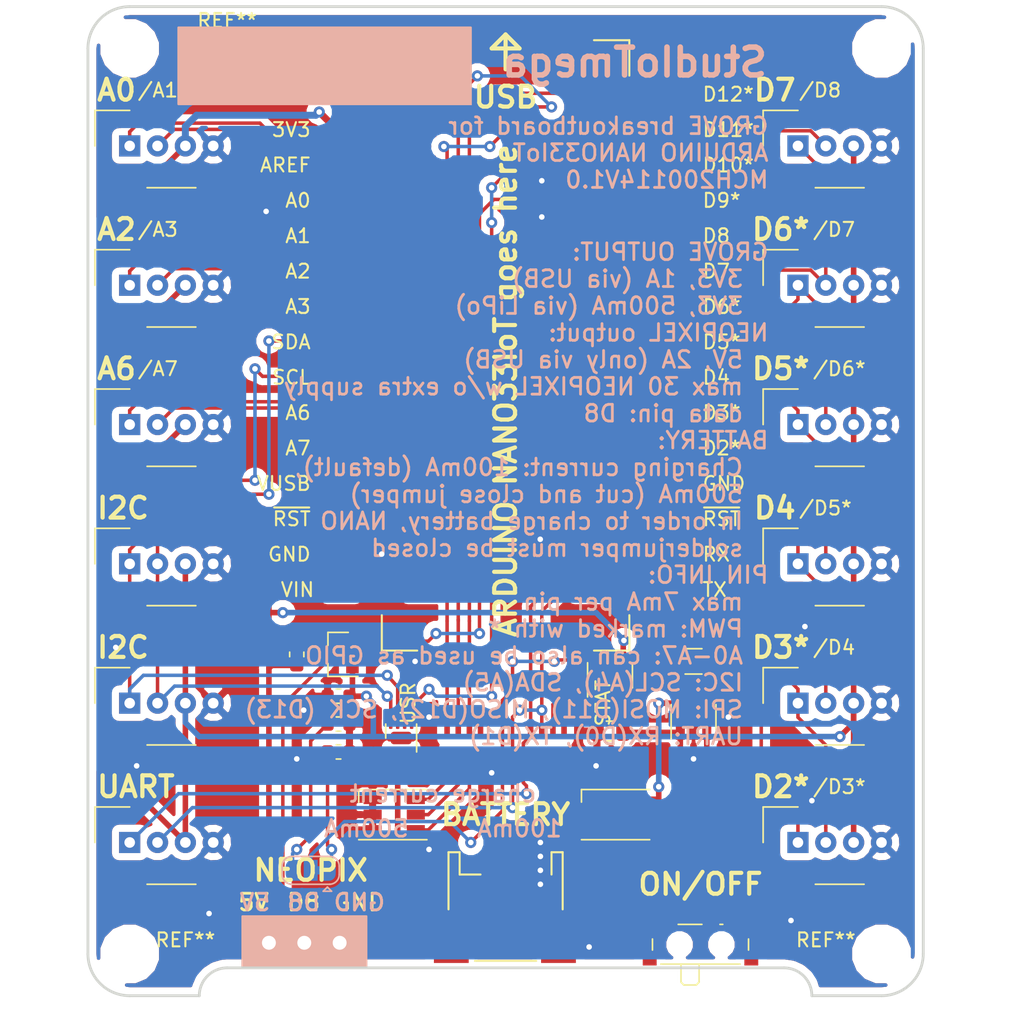
<source format=kicad_pcb>
(kicad_pcb (version 20171130) (host pcbnew "(5.0.1-3-g963ef8bb5)")
  (layers (0 F.Cu signal) (31 B.Cu signal) (34 B.Paste user) (35 F.Paste user) (36 B.SilkS user hide) (37 F.SilkS user hide) (38 B.Mask user) (39 F.Mask user) (44 Edge.Cuts user))
  (net 0 "")
  (net 1 VBAT)
  (net 2 GND)
  (net 3 3V3)
  (net 4 "Net-(D01-Pad1)")
  (net 5 "Net-(D01-Pad2)")
  (net 6 "Net-(D01-Pad3)")
  (net 7 A0)
  (net 8 A1)
  (net 9 A3)
  (net 10 A2)
  (net 11 A6)
  (net 12 A7)
  (net 13 SDA)
  (net 14 SCL)
  (net 15 RX)
  (net 16 TX)
  (net 17 D3)
  (net 18 D2)
  (net 19 D4)
  (net 20 D5)
  (net 21 D7)
  (net 22 D6)
  (net 23 D8)
  (net 24 D9)
  (net 25 D11)
  (net 26 D13)
  (net 27 D12)
  (net 28 "Net-(JP00-Pad1)")
  (net 29 "Net-(JP00-Pad3)")
  (net 30 "Net-(JP00-Pad2)")
  (net 31 "Net-(RN00-Pad4)")
  (net 32 "Net-(RN00-Pad5)")
  (net 33 "Net-(RN01-Pad5)")
  (net 34 "Net-(RN01-Pad4)")
  (net 35 STAT)
  (net 36 "Net-(SW00-Pad2)")
  (net 37 "Net-(SW00-Pad3)")
  (net 38 "Net-(U00-Pad3)")
  (net 39 "Net-(U00-Pad13)")
  (net 40 VIN)
  (net 41 VUSB)
  (net 42 "Net-(U00-Pad18)")
  (net 43 ALRT)
  (net 44 "Net-(U03-Pad4)")
  (net 45 "Net-(J13-Pad2)")
  (net 46 "Net-(D00-Pad4)")
  (net 47 "Net-(D00-Pad6)")
  (net 48 "Net-(D00-Pad5)")
  (module Fiducial:Fiducial_0.75mm_Dia_1.5mm_Outer (layer F.Cu) (at 77 145)
    (fp_text reference REF** (at 0 -2) (layer F.SilkS))
    (fp_text value Fiducial_0.75mm_Dia_1.5mm_Outer)
    (pad ~ smd circle (at 0 0) (size 0.75 0.75) (layers F.Cu F.Mask) (clearance 0.375))
  )
  (module Fiducial:Fiducial_0.75mm_Dia_1.5mm_Outer (layer F.Cu) (at 123 145)
    (fp_text reference REF** (at 0 -2) (layer F.SilkS))
    (fp_text value Fiducial_0.75mm_Dia_1.5mm_Outer)
    (pad ~ smd circle (at 0 0) (size 0.75 0.75) (layers F.Cu F.Mask) (clearance 0.375))
  )
  (module Package_TO_SOT_SMD:SOT-23 (layer F.Cu) (at 88 122.5 180)
    (fp_text reference Q00 hide)
    (fp_text value BSS138)
    (pad 1 smd rect (at -1 -0.95 180) (size 0.9 0.8) (layers F.Cu F.Paste F.Mask) (net 3 3V3))
    (pad 2 smd rect (at -1 0.95 180) (size 0.9 0.8) (layers F.Cu F.Paste F.Mask) (net 24 D9))
    (pad 3 smd rect (at 1 0 180) (size 0.9 0.8) (layers F.Cu F.Paste F.Mask) (net 45 "Net-(J13-Pad2)"))
  )
  (module Package_DFN_QFN:DFN-8-1EP_2x2mm_P0.5mm_EP0.9x1.5mm (layer F.Cu) (at 92.5 128.5 90)
    (fp_text reference U02 hide)
    (fp_text value MAX17048)
    (pad 9 smd roundrect (at 0 0 90) (size 0.9 1.5) (layers F.Cu F.Mask) (net 2 GND))
    (pad 1 smd roundrect (at -1 -0.75 90) (size 0.7 0.25) (layers F.Cu F.Paste F.Mask) (net 2 GND))
    (pad 2 smd roundrect (at -1 -0.25 90) (size 0.7 0.25) (layers F.Cu F.Paste F.Mask) (net 1 VBAT))
    (pad 3 smd roundrect (at -1 0.25 90) (size 0.7 0.25) (layers F.Cu F.Paste F.Mask) (net 1 VBAT))
    (pad 4 smd roundrect (at -1 0.75 90) (size 0.7 0.25) (layers F.Cu F.Paste F.Mask) (net 2 GND))
    (pad 5 smd roundrect (at 1 0.75 90) (size 0.7 0.25) (layers F.Cu F.Paste F.Mask) (net 43 ALRT))
    (pad 6 smd roundrect (at 1 0.25 90) (size 0.7 0.25) (layers F.Cu F.Paste F.Mask) (net 2 GND))
    (pad 7 smd roundrect (at 1 -0.25 90) (size 0.7 0.25) (layers F.Cu F.Paste F.Mask) (net 14 SCL))
    (pad 8 smd roundrect (at 1 -0.75 90) (size 0.7 0.25) (layers F.Cu F.Paste F.Mask) (net 13 SDA))
  )
  (module Connector_PinSocket_2.54mm:PinSocket_1x03_P2.54mm_Vertical (layer F.Cu) (at 83 143.2 90)
    (fp_text reference J13 hide)
    (fp_text value Conn_01x03)
    (pad 3 thru_hole oval (at 0 5.08 90) (size 1.7 1.7) (drill 1) (layers *.Cu *.Mask) (net 2 GND))
    (pad 2 thru_hole oval (at 0 2.54 90) (size 1.7 1.7) (drill 1) (layers *.Cu *.Mask) (net 45 "Net-(J13-Pad2)"))
    (pad 1 thru_hole rect (at 0 0 90) (size 1.7 1.7) (drill 1) (layers *.Cu *.Mask) (net 41 VUSB))
  )
  (module Connector:NS-Tech_Grove_1x04_P2mm_Vertical (layer F.Cu) (at 73 136 90)
    (fp_text reference J05 hide)
    (fp_text value Conn_01x04)
    (pad 1 thru_hole rect (at 0 0 90) (size 1.524 1.524) (drill 0.762) (layers *.Cu *.Mask) (net 15 RX))
    (pad 2 thru_hole circle (at 0 2 90) (size 1.524 1.524) (drill 0.762) (layers *.Cu *.Mask) (net 16 TX))
    (pad 3 thru_hole circle (at 0 4 90) (size 1.524 1.524) (drill 0.762) (layers *.Cu *.Mask) (net 3 3V3))
    (pad 4 thru_hole circle (at 0 6 90) (size 1.524 1.524) (drill 0.762) (layers *.Cu *.Mask) (net 2 GND))
  )
  (module Connector:NS-Tech_Grove_1x04_P2mm_Vertical (layer F.Cu) (at 121 116 90)
    (fp_text reference J08 hide)
    (fp_text value Conn_01x04)
    (pad 1 thru_hole rect (at 0 0 90) (size 1.524 1.524) (drill 0.762) (layers *.Cu *.Mask) (net 19 D4))
    (pad 2 thru_hole circle (at 0 2 90) (size 1.524 1.524) (drill 0.762) (layers *.Cu *.Mask) (net 20 D5))
    (pad 3 thru_hole circle (at 0 4 90) (size 1.524 1.524) (drill 0.762) (layers *.Cu *.Mask) (net 3 3V3))
    (pad 4 thru_hole circle (at 0 6 90) (size 1.524 1.524) (drill 0.762) (layers *.Cu *.Mask) (net 2 GND))
  )
  (module Connector:NS-Tech_Grove_1x04_P2mm_Vertical (layer F.Cu) (at 73 86 90)
    (fp_text reference J00 hide)
    (fp_text value Conn_01x04)
    (pad 1 thru_hole rect (at 0 0 90) (size 1.524 1.524) (drill 0.762) (layers *.Cu *.Mask) (net 7 A0))
    (pad 2 thru_hole circle (at 0 2 90) (size 1.524 1.524) (drill 0.762) (layers *.Cu *.Mask) (net 8 A1))
    (pad 3 thru_hole circle (at 0 4 90) (size 1.524 1.524) (drill 0.762) (layers *.Cu *.Mask) (net 3 3V3))
    (pad 4 thru_hole circle (at 0 6 90) (size 1.524 1.524) (drill 0.762) (layers *.Cu *.Mask) (net 2 GND))
  )
  (module Connector:NS-Tech_Grove_1x04_P2mm_Vertical (layer F.Cu) (at 73 96 90)
    (fp_text reference J01 hide)
    (fp_text value Conn_01x04)
    (pad 1 thru_hole rect (at 0 0 90) (size 1.524 1.524) (drill 0.762) (layers *.Cu *.Mask) (net 10 A2))
    (pad 2 thru_hole circle (at 0 2 90) (size 1.524 1.524) (drill 0.762) (layers *.Cu *.Mask) (net 9 A3))
    (pad 3 thru_hole circle (at 0 4 90) (size 1.524 1.524) (drill 0.762) (layers *.Cu *.Mask) (net 3 3V3))
    (pad 4 thru_hole circle (at 0 6 90) (size 1.524 1.524) (drill 0.762) (layers *.Cu *.Mask) (net 2 GND))
  )
  (module Connector:NS-Tech_Grove_1x04_P2mm_Vertical (layer F.Cu) (at 73 106 90)
    (fp_text reference J02 hide)
    (fp_text value Conn_01x04)
    (pad 1 thru_hole rect (at 0 0 90) (size 1.524 1.524) (drill 0.762) (layers *.Cu *.Mask) (net 11 A6))
    (pad 2 thru_hole circle (at 0 2 90) (size 1.524 1.524) (drill 0.762) (layers *.Cu *.Mask) (net 12 A7))
    (pad 3 thru_hole circle (at 0 4 90) (size 1.524 1.524) (drill 0.762) (layers *.Cu *.Mask) (net 3 3V3))
    (pad 4 thru_hole circle (at 0 6 90) (size 1.524 1.524) (drill 0.762) (layers *.Cu *.Mask) (net 2 GND))
  )
  (module Connector:NS-Tech_Grove_1x04_P2mm_Vertical (layer F.Cu) (at 73 116 90)
    (fp_text reference J03 hide)
    (fp_text value Conn_01x04)
    (pad 1 thru_hole rect (at 0 0 90) (size 1.524 1.524) (drill 0.762) (layers *.Cu *.Mask) (net 14 SCL))
    (pad 2 thru_hole circle (at 0 2 90) (size 1.524 1.524) (drill 0.762) (layers *.Cu *.Mask) (net 13 SDA))
    (pad 3 thru_hole circle (at 0 4 90) (size 1.524 1.524) (drill 0.762) (layers *.Cu *.Mask) (net 3 3V3))
    (pad 4 thru_hole circle (at 0 6 90) (size 1.524 1.524) (drill 0.762) (layers *.Cu *.Mask) (net 2 GND))
  )
  (module Connector:NS-Tech_Grove_1x04_P2mm_Vertical (layer F.Cu) (at 73 126 90)
    (fp_text reference J04 hide)
    (fp_text value Conn_01x04)
    (pad 1 thru_hole rect (at 0 0 90) (size 1.524 1.524) (drill 0.762) (layers *.Cu *.Mask) (net 14 SCL))
    (pad 2 thru_hole circle (at 0 2 90) (size 1.524 1.524) (drill 0.762) (layers *.Cu *.Mask) (net 13 SDA))
    (pad 3 thru_hole circle (at 0 4 90) (size 1.524 1.524) (drill 0.762) (layers *.Cu *.Mask) (net 3 3V3))
    (pad 4 thru_hole circle (at 0 6 90) (size 1.524 1.524) (drill 0.762) (layers *.Cu *.Mask) (net 2 GND))
  )
  (module Connector:NS-Tech_Grove_1x04_P2mm_Vertical (layer F.Cu) (at 121 136 90)
    (fp_text reference J06 hide)
    (fp_text value Conn_01x04)
    (pad 1 thru_hole rect (at 0 0 90) (size 1.524 1.524) (drill 0.762) (layers *.Cu *.Mask) (net 18 D2))
    (pad 2 thru_hole circle (at 0 2 90) (size 1.524 1.524) (drill 0.762) (layers *.Cu *.Mask) (net 17 D3))
    (pad 3 thru_hole circle (at 0 4 90) (size 1.524 1.524) (drill 0.762) (layers *.Cu *.Mask) (net 3 3V3))
    (pad 4 thru_hole circle (at 0 6 90) (size 1.524 1.524) (drill 0.762) (layers *.Cu *.Mask) (net 2 GND))
  )
  (module Connector:NS-Tech_Grove_1x04_P2mm_Vertical (layer F.Cu) (at 121 126 90)
    (fp_text reference J07 hide)
    (fp_text value Conn_01x04)
    (pad 1 thru_hole rect (at 0 0 90) (size 1.524 1.524) (drill 0.762) (layers *.Cu *.Mask) (net 17 D3))
    (pad 2 thru_hole circle (at 0 2 90) (size 1.524 1.524) (drill 0.762) (layers *.Cu *.Mask) (net 19 D4))
    (pad 3 thru_hole circle (at 0 4 90) (size 1.524 1.524) (drill 0.762) (layers *.Cu *.Mask) (net 3 3V3))
    (pad 4 thru_hole circle (at 0 6 90) (size 1.524 1.524) (drill 0.762) (layers *.Cu *.Mask) (net 2 GND))
  )
  (module Connector:NS-Tech_Grove_1x04_P2mm_Vertical (layer F.Cu) (at 121 106 90)
    (fp_text reference J09 hide)
    (fp_text value Conn_01x04)
    (pad 1 thru_hole rect (at 0 0 90) (size 1.524 1.524) (drill 0.762) (layers *.Cu *.Mask) (net 20 D5))
    (pad 2 thru_hole circle (at 0 2 90) (size 1.524 1.524) (drill 0.762) (layers *.Cu *.Mask) (net 22 D6))
    (pad 3 thru_hole circle (at 0 4 90) (size 1.524 1.524) (drill 0.762) (layers *.Cu *.Mask) (net 3 3V3))
    (pad 4 thru_hole circle (at 0 6 90) (size 1.524 1.524) (drill 0.762) (layers *.Cu *.Mask) (net 2 GND))
  )
  (module Connector:NS-Tech_Grove_1x04_P2mm_Vertical (layer F.Cu) (at 121 96 90)
    (fp_text reference J10 hide)
    (fp_text value Conn_01x04)
    (pad 1 thru_hole rect (at 0 0 90) (size 1.524 1.524) (drill 0.762) (layers *.Cu *.Mask) (net 22 D6))
    (pad 2 thru_hole circle (at 0 2 90) (size 1.524 1.524) (drill 0.762) (layers *.Cu *.Mask) (net 21 D7))
    (pad 3 thru_hole circle (at 0 4 90) (size 1.524 1.524) (drill 0.762) (layers *.Cu *.Mask) (net 3 3V3))
    (pad 4 thru_hole circle (at 0 6 90) (size 1.524 1.524) (drill 0.762) (layers *.Cu *.Mask) (net 2 GND))
  )
  (module Connector:NS-Tech_Grove_1x04_P2mm_Vertical (layer F.Cu) (at 121 86 90)
    (fp_text reference J11 hide)
    (fp_text value Conn_01x04)
    (pad 1 thru_hole rect (at 0 0 90) (size 1.524 1.524) (drill 0.762) (layers *.Cu *.Mask) (net 21 D7))
    (pad 2 thru_hole circle (at 0 2 90) (size 1.524 1.524) (drill 0.762) (layers *.Cu *.Mask) (net 23 D8))
    (pad 3 thru_hole circle (at 0 4 90) (size 1.524 1.524) (drill 0.762) (layers *.Cu *.Mask) (net 3 3V3))
    (pad 4 thru_hole circle (at 0 6 90) (size 1.524 1.524) (drill 0.762) (layers *.Cu *.Mask) (net 2 GND))
  )
  (module _arduino_shield:ARDUINO_NANO_33_IOT_SMD_DUAL_ROW_SOCKET (layer F.Cu) (at 100 100)
    (fp_text reference U00 hide)
    (fp_text value ARDUINO_NANO_33_IOT)
    (pad 1 smd rect (at -11.81 -17.78) (size 2 1.2) (layers F.Cu F.Paste F.Mask) (net 26 D13))
    (pad 2 smd rect (at -5.97 -15.24) (size 2 1.2) (layers F.Cu F.Paste F.Mask) (net 3 3V3))
    (pad 3 smd rect (at -11.81 -12.7) (size 2 1.2) (layers F.Cu F.Paste F.Mask) (net 38 "Net-(U00-Pad3)"))
    (pad 4 smd rect (at -5.97 -10.16) (size 2 1.2) (layers F.Cu F.Paste F.Mask) (net 7 A0))
    (pad 5 smd rect (at -11.81 -7.62) (size 2 1.2) (layers F.Cu F.Paste F.Mask) (net 8 A1))
    (pad 6 smd rect (at -5.97 -5.08) (size 2 1.2) (layers F.Cu F.Paste F.Mask) (net 10 A2))
    (pad 7 smd rect (at -11.81 -2.54) (size 2 1.2) (layers F.Cu F.Paste F.Mask) (net 9 A3))
    (pad 8 smd rect (at -5.97 0) (size 2 1.2) (layers F.Cu F.Paste F.Mask) (net 13 SDA))
    (pad 9 smd rect (at -11.81 2.54) (size 2 1.2) (layers F.Cu F.Paste F.Mask) (net 14 SCL))
    (pad 10 smd rect (at -5.97 5.08) (size 2 1.2) (layers F.Cu F.Paste F.Mask) (net 11 A6))
    (pad 11 smd rect (at -11.81 7.62) (size 2 1.2) (layers F.Cu F.Paste F.Mask) (net 12 A7))
    (pad 12 smd rect (at -5.97 10.16) (size 2 1.2) (layers F.Cu F.Paste F.Mask) (net 41 VUSB))
    (pad 13 smd rect (at -11.81 12.7) (size 2 1.2) (layers F.Cu F.Paste F.Mask) (net 39 "Net-(U00-Pad13)"))
    (pad 14 smd rect (at -5.97 15.24) (size 2 1.2) (layers F.Cu F.Paste F.Mask) (net 2 GND))
    (pad 15 smd rect (at -11.81 17.78) (size 2 1.2) (layers F.Cu F.Paste F.Mask) (net 40 VIN))
    (pad 16 smd rect (at 5.97 17.78) (size 2 1.2) (layers F.Cu F.Paste F.Mask) (net 16 TX))
    (pad 17 smd rect (at 11.81 15.24) (size 2 1.2) (layers F.Cu F.Paste F.Mask) (net 15 RX))
    (pad 18 smd rect (at 5.97 12.7) (size 2 1.2) (layers F.Cu F.Paste F.Mask) (net 42 "Net-(U00-Pad18)"))
    (pad 19 smd rect (at 11.81 10.16) (size 2 1.2) (layers F.Cu F.Paste F.Mask) (net 2 GND))
    (pad 20 smd rect (at 5.97 7.62) (size 2 1.2) (layers F.Cu F.Paste F.Mask) (net 18 D2))
    (pad 21 smd rect (at 11.81 5.08) (size 2 1.2) (layers F.Cu F.Paste F.Mask) (net 17 D3))
    (pad 22 smd rect (at 5.97 2.54) (size 2 1.2) (layers F.Cu F.Paste F.Mask) (net 19 D4))
    (pad 23 smd rect (at 11.81 0) (size 2 1.2) (layers F.Cu F.Paste F.Mask) (net 20 D5))
    (pad 24 smd rect (at 5.97 -2.54) (size 2 1.2) (layers F.Cu F.Paste F.Mask) (net 22 D6))
    (pad 25 smd rect (at 11.81 -5.08) (size 2 1.2) (layers F.Cu F.Paste F.Mask) (net 21 D7))
    (pad 26 smd rect (at 5.97 -7.62) (size 2 1.2) (layers F.Cu F.Paste F.Mask) (net 23 D8))
    (pad 27 smd rect (at 11.81 -10.16) (size 2 1.2) (layers F.Cu F.Paste F.Mask) (net 24 D9))
    (pad 28 smd rect (at 5.97 -12.7) (size 2 1.2) (layers F.Cu F.Paste F.Mask) (net 43 ALRT))
    (pad 29 smd rect (at 11.81 -15.24) (size 2 1.2) (layers F.Cu F.Paste F.Mask) (net 25 D11))
    (pad 30 smd rect (at 5.97 -17.78) (size 2 1.2) (layers F.Cu F.Paste F.Mask) (net 27 D12))
    (pad 27 smd rect (at 6.01 -10.16) (size 2 1.2) (layers F.Cu F.Paste F.Mask) (net 24 D9))
    (pad 25 smd rect (at 6.01 -5.08) (size 2 1.2) (layers F.Cu F.Paste F.Mask) (net 21 D7))
    (pad 29 smd rect (at 6.01 -15.24) (size 2 1.2) (layers F.Cu F.Paste F.Mask) (net 25 D11))
    (pad 17 smd rect (at 6.01 15.24) (size 2 1.2) (layers F.Cu F.Paste F.Mask) (net 15 RX))
    (pad 19 smd rect (at 6.01 10.16) (size 2 1.2) (layers F.Cu F.Paste F.Mask) (net 2 GND))
    (pad 23 smd rect (at 6.01 0) (size 2 1.2) (layers F.Cu F.Paste F.Mask) (net 20 D5))
    (pad 21 smd rect (at 6.01 5.08) (size 2 1.2) (layers F.Cu F.Paste F.Mask) (net 17 D3))
    (pad 20 smd rect (at 11.77 7.62) (size 2 1.2) (layers F.Cu F.Paste F.Mask) (net 18 D2))
    (pad 30 smd rect (at 11.77 -17.78) (size 2 1.2) (layers F.Cu F.Paste F.Mask) (net 27 D12))
    (pad 16 smd rect (at 11.77 17.78) (size 2 1.2) (layers F.Cu F.Paste F.Mask) (net 16 TX))
    (pad 26 smd rect (at 11.77 -7.62) (size 2 1.2) (layers F.Cu F.Paste F.Mask) (net 23 D8))
    (pad 24 smd rect (at 11.77 -2.54) (size 2 1.2) (layers F.Cu F.Paste F.Mask) (net 22 D6))
    (pad 18 smd rect (at 11.77 12.7) (size 2 1.2) (layers F.Cu F.Paste F.Mask) (net 42 "Net-(U00-Pad18)"))
    (pad 28 smd rect (at 11.77 -12.7) (size 2 1.2) (layers F.Cu F.Paste F.Mask) (net 43 ALRT))
    (pad 22 smd rect (at 11.77 2.54) (size 2 1.2) (layers F.Cu F.Paste F.Mask) (net 19 D4))
    (pad 4 smd rect (at -11.77 -10.16) (size 2 1.2) (layers F.Cu F.Paste F.Mask) (net 7 A0))
    (pad 6 smd rect (at -11.77 -5.08) (size 2 1.2) (layers F.Cu F.Paste F.Mask) (net 10 A2))
    (pad 12 smd rect (at -11.77 10.16) (size 2 1.2) (layers F.Cu F.Paste F.Mask) (net 41 VUSB))
    (pad 2 smd rect (at -11.77 -15.24) (size 2 1.2) (layers F.Cu F.Paste F.Mask) (net 3 3V3))
    (pad 10 smd rect (at -11.77 5.08) (size 2 1.2) (layers F.Cu F.Paste F.Mask) (net 11 A6))
    (pad 8 smd rect (at -11.77 0) (size 2 1.2) (layers F.Cu F.Paste F.Mask) (net 13 SDA))
    (pad 14 smd rect (at -11.77 15.24) (size 2 1.2) (layers F.Cu F.Paste F.Mask) (net 2 GND))
    (pad 11 smd rect (at -6.01 7.62) (size 2 1.2) (layers F.Cu F.Paste F.Mask) (net 12 A7))
    (pad 15 smd rect (at -6.01 17.78) (size 2 1.2) (layers F.Cu F.Paste F.Mask) (net 40 VIN))
    (pad 5 smd rect (at -6.01 -7.62) (size 2 1.2) (layers F.Cu F.Paste F.Mask) (net 8 A1))
    (pad 13 smd rect (at -6.01 12.7) (size 2 1.2) (layers F.Cu F.Paste F.Mask) (net 39 "Net-(U00-Pad13)"))
    (pad 9 smd rect (at -6.01 2.54) (size 2 1.2) (layers F.Cu F.Paste F.Mask) (net 14 SCL))
    (pad 3 smd rect (at -6.01 -12.7) (size 2 1.2) (layers F.Cu F.Paste F.Mask) (net 38 "Net-(U00-Pad3)"))
    (pad 1 smd rect (at -6.01 -17.78) (size 2 1.2) (layers F.Cu F.Paste F.Mask) (net 26 D13))
    (pad 7 smd rect (at -6.01 -2.54) (size 2 1.2) (layers F.Cu F.Paste F.Mask) (net 9 A3))
  )
  (module Capacitor_SMD:C_0805_2012Metric (layer F.Cu) (at 107.5 128 180)
    (fp_text reference C00 hide)
    (fp_text value 10uF)
    (pad 1 smd roundrect (at -0.9375 0 180) (size 0.975 1.4) (layers F.Cu F.Paste F.Mask) (net 1 VBAT))
    (pad 2 smd roundrect (at 0.9375 0 180) (size 0.975 1.4) (layers F.Cu F.Paste F.Mask) (net 2 GND))
  )
  (module Capacitor_SMD:C_1206_3216Metric (layer F.Cu) (at 113.5 123)
    (fp_text reference C01 hide)
    (fp_text value 1uF)
    (pad 1 smd roundrect (at -1.4 0) (size 1.25 1.75) (layers F.Cu F.Paste F.Mask) (roundrect_rratio 0.2) (net 3 3V3))
    (pad 2 smd roundrect (at 1.4 0) (size 1.25 1.75) (layers F.Cu F.Paste F.Mask) (roundrect_rratio 0.2) (net 2 GND))
  )
  (module _connectors:JST_S2B-PH-SM4-TB_LARGE (layer F.Cu) (at 100 144.4 180)
    (fp_text reference J12 hide)
    (fp_text value Conn_01x02)
    (pad 2 smd rect (at -1 7 180) (size 1 3.5) (layers F.Cu F.Paste F.Mask) (net 2 GND))
    (pad 1 smd rect (at 1 7 180) (size 1 3.5) (layers F.Cu F.Paste F.Mask) (net 1 VBAT))
    (pad "" smd rect (at 3.9 1.5 180) (size 2.5 3.5) (layers F.Cu F.Paste F.Mask))
    (pad "" smd rect (at -3.8 1.5 180) (size 2.5 3.5) (layers F.Cu F.Paste F.Mask))
  )
  (module Jumper:SolderJumper-3_P1.3mm_Bridged12_RoundedPad1.0x1.5mm (layer B.Cu) (at 86 138 180)
    (fp_text reference JP00 hide)
    (fp_text value SolderJumper_3_Bridged12)
    (pad 1 smd custom (at -1.3 0 180) (size 1 0.5) (layers B.Cu B.Mask) (net 28 "Net-(JP00-Pad1)") (options (clearance outline) (anchor rect)) (primitives (gr_circle (center 0 -0.25) (end 0.5 -0.25) (width 0)) (gr_circle (center 0 0.25) (end 0.5 0.25) (width 0)) (gr_poly (pts (xy 0.55 0.75) (xy 0 0.75) (xy 0 -0.75) (xy 0.55 -0.75)) (width 0)) (gr_poly (pts (xy 0.4 0.3) (xy 0.9 0.3) (xy 0.9 -0.3) (xy 0.4 -0.3)) (width 0))))
    (pad 3 smd custom (at 1.3 0 180) (size 1 0.5) (layers B.Cu B.Mask) (net 29 "Net-(JP00-Pad3)") (options (clearance outline) (anchor rect)) (primitives (gr_circle (center 0 -0.25) (end 0.5 -0.25) (width 0)) (gr_circle (center 0 0.25) (end 0.5 0.25) (width 0)) (gr_poly (pts (xy -0.55 0.75) (xy 0 0.75) (xy 0 -0.75) (xy -0.55 -0.75)) (width 0))))
    (pad 2 smd rect (at 0 0 180) (size 1 1.5) (layers B.Cu B.Mask) (net 30 "Net-(JP00-Pad2)"))
  )
  (module Resistor_SMD:R_0603_1608Metric (layer F.Cu) (at 88 129.5 180)
    (fp_text reference R00 hide)
    (fp_text value 10K)
    (pad 1 smd roundrect (at -0.7875 0 180) (size 0.875 0.95) (layers F.Cu F.Paste F.Mask) (net 2 GND))
    (pad 2 smd roundrect (at 0.7875 0 180) (size 0.875 0.95) (layers F.Cu F.Paste F.Mask) (net 28 "Net-(JP00-Pad1)"))
  )
  (module Resistor_SMD:R_0603_1608Metric (layer F.Cu) (at 88 127.5)
    (fp_text reference R01 hide)
    (fp_text value 2K)
    (pad 2 smd roundrect (at 0.7875 0) (size 0.875 0.95) (layers F.Cu F.Paste F.Mask) (net 2 GND))
    (pad 1 smd roundrect (at -0.7875 0) (size 0.875 0.95) (layers F.Cu F.Paste F.Mask) (net 29 "Net-(JP00-Pad3)"))
  )
  (module _resistor:CAY16-J4 (layer F.Cu) (at 97 129)
    (fp_text reference RN00 hide)
    (fp_text value 100R)
    (pad 1 smd rect (at -1.2 -0.9 90) (size 0.9 0.4) (layers F.Cu F.Paste F.Mask) (net 25 D11))
    (pad 2 smd rect (at -0.4 -0.9 90) (size 0.9 0.4) (layers F.Cu F.Paste F.Mask) (net 27 D12))
    (pad 3 smd rect (at 0.4 -0.9 270) (size 0.9 0.4) (layers F.Cu F.Paste F.Mask) (net 26 D13))
    (pad 4 smd rect (at 1.2 -0.9 90) (size 0.9 0.4) (layers F.Cu F.Paste F.Mask) (net 31 "Net-(RN00-Pad4)"))
    (pad 5 smd rect (at 1.2 0.9 90) (size 0.9 0.4) (layers F.Cu F.Paste F.Mask) (net 32 "Net-(RN00-Pad5)"))
    (pad 6 smd rect (at 0.4 0.9 270) (size 0.9 0.4) (layers F.Cu F.Paste F.Mask) (net 46 "Net-(D00-Pad4)"))
    (pad 7 smd rect (at -0.4 0.9 90) (size 0.9 0.4) (layers F.Cu F.Paste F.Mask) (net 48 "Net-(D00-Pad5)"))
    (pad 8 smd rect (at -1.2 0.9 90) (size 0.9 0.4) (layers F.Cu F.Paste F.Mask) (net 47 "Net-(D00-Pad6)"))
  )
  (module _resistor:CAY16-J4 (layer F.Cu) (at 103 129)
    (fp_text reference RN01 hide)
    (fp_text value 100R)
    (pad 8 smd rect (at -1.2 0.9 90) (size 0.9 0.4) (layers F.Cu F.Paste F.Mask) (net 5 "Net-(D01-Pad2)"))
    (pad 7 smd rect (at -0.4 0.9 90) (size 0.9 0.4) (layers F.Cu F.Paste F.Mask) (net 4 "Net-(D01-Pad1)"))
    (pad 6 smd rect (at 0.4 0.9 270) (size 0.9 0.4) (layers F.Cu F.Paste F.Mask) (net 6 "Net-(D01-Pad3)"))
    (pad 5 smd rect (at 1.2 0.9 90) (size 0.9 0.4) (layers F.Cu F.Paste F.Mask) (net 33 "Net-(RN01-Pad5)"))
    (pad 4 smd rect (at 1.2 -0.9 90) (size 0.9 0.4) (layers F.Cu F.Paste F.Mask) (net 34 "Net-(RN01-Pad4)"))
    (pad 3 smd rect (at 0.4 -0.9 270) (size 0.9 0.4) (layers F.Cu F.Paste F.Mask) (net 35 STAT))
    (pad 2 smd rect (at -0.4 -0.9 90) (size 0.9 0.4) (layers F.Cu F.Paste F.Mask) (net 16 TX))
    (pad 1 smd rect (at -1.2 -0.9 90) (size 0.9 0.4) (layers F.Cu F.Paste F.Mask) (net 15 RX))
  )
  (module Button_Switch_SMD:SW_SPDT_PCM12 (layer F.Cu) (at 114 143)
    (fp_text reference SW00 hide)
    (fp_text value ON/OFF)
    (pad "" np_thru_hole circle (at -1.5 0.33) (size 0.9 0.9) (drill 0.9) (layers *.Cu *.Mask))
    (pad "" np_thru_hole circle (at 1.5 0.33) (size 0.9 0.9) (drill 0.9) (layers *.Cu *.Mask))
    (pad 1 smd rect (at -2.25 -1.43) (size 0.7 1.5) (layers F.Cu F.Paste F.Mask) (net 1 VBAT))
    (pad 2 smd rect (at 0.75 -1.43) (size 0.7 1.5) (layers F.Cu F.Paste F.Mask) (net 36 "Net-(SW00-Pad2)"))
    (pad 3 smd rect (at 2.25 -1.43) (size 0.7 1.5) (layers F.Cu F.Paste F.Mask) (net 37 "Net-(SW00-Pad3)"))
    (pad "" smd rect (at -3.65 1.43) (size 1 0.8) (layers F.Cu F.Paste F.Mask))
    (pad "" smd rect (at 3.65 1.43) (size 1 0.8) (layers F.Cu F.Paste F.Mask))
    (pad "" smd rect (at 3.65 -0.78) (size 1 0.8) (layers F.Cu F.Paste F.Mask))
    (pad "" smd rect (at -3.65 -0.78) (size 1 0.8) (layers F.Cu F.Paste F.Mask))
  )
  (module Package_TO_SOT_SMD:SOT-23-5 (layer F.Cu) (at 107.5 124 90)
    (fp_text reference U01 hide)
    (fp_text value MCP73831-2)
    (pad 1 smd rect (at -1.1 -0.95 90) (size 1.06 0.65) (layers F.Cu F.Paste F.Mask) (net 35 STAT))
    (pad 2 smd rect (at -1.1 0 90) (size 1.06 0.65) (layers F.Cu F.Paste F.Mask) (net 2 GND))
    (pad 3 smd rect (at -1.1 0.95 90) (size 1.06 0.65) (layers F.Cu F.Paste F.Mask) (net 1 VBAT))
    (pad 4 smd rect (at 1.1 0.95 90) (size 1.06 0.65) (layers F.Cu F.Paste F.Mask) (net 41 VUSB))
    (pad 5 smd rect (at 1.1 -0.95 90) (size 1.06 0.65) (layers F.Cu F.Paste F.Mask) (net 30 "Net-(JP00-Pad2)"))
  )
  (module Package_TO_SOT_SMD:SOT-23-5 (layer F.Cu) (at 113.5 127 90)
    (fp_text reference U03 hide)
    (fp_text value MIC5216)
    (pad 5 smd rect (at 1.1 -0.95 90) (size 1.06 0.65) (layers F.Cu F.Paste F.Mask) (net 3 3V3))
    (pad 4 smd rect (at 1.1 0.95 90) (size 1.06 0.65) (layers F.Cu F.Paste F.Mask) (net 44 "Net-(U03-Pad4)"))
    (pad 3 smd rect (at -1.1 0.95 90) (size 1.06 0.65) (layers F.Cu F.Paste F.Mask) (net 36 "Net-(SW00-Pad2)"))
    (pad 2 smd rect (at -1.1 0 90) (size 1.06 0.65) (layers F.Cu F.Paste F.Mask) (net 2 GND))
    (pad 1 smd rect (at -1.1 -0.95 90) (size 1.06 0.65) (layers F.Cu F.Paste F.Mask) (net 1 VBAT))
  )
  (module MountingHole:MountingHole_3.2mm_M3 (layer F.Cu) (at 73 79)
    (fp_text reference H00 hide)
    (fp_text value MountingHole)
    (pad 1 np_thru_hole circle (at 0 0) (size 3.2 3.2) (drill 3.2) (layers *.Cu *.Mask))
  )
  (module MountingHole:MountingHole_3.2mm_M3 (layer F.Cu) (at 127 79)
    (fp_text reference H01 hide)
    (fp_text value MountingHole)
    (pad 1 np_thru_hole circle (at 0 0) (size 3.2 3.2) (drill 3.2) (layers *.Cu *.Mask))
  )
  (module MountingHole:MountingHole_3.2mm_M3 (layer F.Cu) (at 73 144)
    (fp_text reference H02 hide)
    (fp_text value MountingHole)
    (pad 1 np_thru_hole circle (at 0 0) (size 3.2 3.2) (drill 3.2) (layers *.Cu *.Mask))
  )
  (module MountingHole:MountingHole_3.2mm_M3 (layer F.Cu) (at 127 144)
    (fp_text reference H03 hide)
    (fp_text value MountingHole)
    (pad 1 np_thru_hole circle (at 0 0) (size 3.2 3.2) (drill 3.2) (layers *.Cu *.Mask))
  )
  (module Capacitor_SMD:C_0603_1608Metric (layer F.Cu) (at 88 125.5)
    (fp_text reference C02 hide)
    (fp_text value 100nF)
    (pad 1 smd roundrect (at -0.7875 0) (size 0.875 0.95) (layers F.Cu F.Paste F.Mask) (net 2 GND))
    (pad 2 smd roundrect (at 0.7875 0) (size 0.875 0.95) (layers F.Cu F.Paste F.Mask) (net 3 3V3))
  )
  (module Resistor_SMD:R_0603_1608Metric (layer F.Cu) (at 85 122.5 270)
    (fp_text reference R02 hide)
    (fp_text value 10K)
    (pad 1 smd roundrect (at -0.7875 0 270) (size 0.875 0.95) (layers F.Cu F.Paste F.Mask) (net 45 "Net-(J13-Pad2)"))
    (pad 2 smd roundrect (at 0.7875 0 270) (size 0.875 0.95) (layers F.Cu F.Paste F.Mask) (net 41 VUSB))
  )
  (module LED_SMD:LED_RGB_PLCC-6 (layer F.Cu) (at 92 134)
    (fp_text reference D00 hide)
    (fp_text value LED_RGB)
    (pad 6 smd rect (at 1.55 -1.1 90) (size 0.7 1.3) (layers F.Cu F.Paste F.Mask) (net 47 "Net-(D00-Pad6)"))
    (pad 5 smd rect (at 1.55 0 90) (size 0.7 1.3) (layers F.Cu F.Paste F.Mask) (net 48 "Net-(D00-Pad5)"))
    (pad 4 smd rect (at 1.55 1.1 90) (size 0.7 1.3) (layers F.Cu F.Paste F.Mask) (net 46 "Net-(D00-Pad4)"))
    (pad 3 smd rect (at -1.55 1.1 90) (size 0.7 1.3) (layers F.Cu F.Paste F.Mask) (net 2 GND))
    (pad 2 smd rect (at -1.55 0 90) (size 0.7 1.3) (layers F.Cu F.Paste F.Mask) (net 2 GND))
    (pad 1 smd rect (at -1.55 -1.1 90) (size 0.7 1.3) (layers F.Cu F.Paste F.Mask) (net 2 GND))
  )
  (module LED_SMD:LED_RGB_PLCC-6 (layer F.Cu) (at 108 134)
    (fp_text reference D01 hide)
    (fp_text value LED_RGB)
    (pad 1 smd rect (at -1.55 -1.1 90) (size 0.7 1.3) (layers F.Cu F.Paste F.Mask) (net 4 "Net-(D01-Pad1)"))
    (pad 2 smd rect (at -1.55 0 90) (size 0.7 1.3) (layers F.Cu F.Paste F.Mask) (net 5 "Net-(D01-Pad2)"))
    (pad 3 smd rect (at -1.55 1.1 90) (size 0.7 1.3) (layers F.Cu F.Paste F.Mask) (net 6 "Net-(D01-Pad3)"))
    (pad 4 smd rect (at 1.55 1.1 90) (size 0.7 1.3) (layers F.Cu F.Paste F.Mask) (net 3 3V3))
    (pad 5 smd rect (at 1.55 0 90) (size 0.7 1.3) (layers F.Cu F.Paste F.Mask) (net 3 3V3))
    (pad 6 smd rect (at 1.55 -1.1 90) (size 0.7 1.3) (layers F.Cu F.Paste F.Mask) (net 3 3V3))
  )
  (module Fiducial:Fiducial_0.75mm_Dia_1.5mm_Outer (layer F.Cu) (at 80 79)
    (fp_text reference REF** (at 0 -2) (layer F.SilkS))
    (fp_text value Fiducial_0.75mm_Dia_1.5mm_Outer)
    (pad ~ smd circle (at 0 0) (size 0.75 0.75) (layers F.Cu F.Mask) (clearance 0.375))
  )
  (gr_poly (pts (xy 81.1 145) (xy 81.1 141.3) (xy 90 141.3) (xy 90 145)) (layer B.SilkS) (width 0.15))
  (gr_poly (pts (xy 81.2 145) (xy 89.9 145) (xy 89.9 141.4) (xy 81.2 141.4)) (layer F.SilkS) (width 0.15))
  (gr_text GND (at 89.5 140.3) (layer F.SilkS) (effects (font (size 1.2 1.2) (thickness 0.2))))
  (gr_text D8 (at 85.5 140.3) (layer F.SilkS) (effects (font (size 1.2 1.2) (thickness 0.2))))
  (gr_text 5V (at 81.9 140.3) (layer F.SilkS) (effects (font (size 1.2 1.2) (thickness 0.2))))
  (gr_text /A7 (at 73.5 102) (layer F.SilkS) (effects (font (size 1 1)) (justify left)))
  (gr_text /A3 (at 73.5 92) (layer F.SilkS) (effects (font (size 1 1)) (justify left)))
  (gr_text /A1 (at 73.5 82) (layer F.SilkS) (effects (font (size 1 1)) (justify left)))
  (gr_text /D8 (at 121 82) (layer F.SilkS) (effects (font (size 1 1)) (justify left)))
  (gr_text /D7 (at 122 92) (layer F.SilkS) (effects (font (size 1 1)) (justify left)))
  (gr_text /D6* (at 122 102) (layer F.SilkS) (effects (font (size 1 1)) (justify left)))
  (gr_text /D5* (at 121 112) (layer F.SilkS) (effects (font (size 1 1)) (justify left)))
  (gr_text /D4 (at 122 122) (layer F.SilkS) (effects (font (size 1 1)) (justify left)))
  (gr_text /D3* (at 122 132) (layer F.SilkS) (effects (font (size 1 1)) (justify left)))
  (gr_poly (pts (xy 76.5 77.5) (xy 97.5 77.5) (xy 97.5 83) (xy 76.5 83)) (layer B.SilkS) (width 0.15))
  (gr_text GND (at 89.5 140.3) (layer B.SilkS) (effects (font (size 1.2 1.2) (thickness 0.2)) (justify mirror)))
  (gr_text D8 (at 85.5 140.3) (layer B.SilkS) (effects (font (size 1.2 1.2) (thickness 0.2)) (justify mirror)))
  (gr_text 5V (at 82 140.3) (layer B.SilkS) (effects (font (size 1.2 1.2) (thickness 0.2)) (justify mirror)))
  (gr_text "charge current" (at 95.5 132.5) (layer B.SilkS) (effects (font (size 1.2 1.2) (thickness 0.2)) (justify mirror)))
  (gr_text 500mA (at 90 135) (layer B.SilkS) (effects (font (size 1.2 1.2) (thickness 0.2)) (justify mirror)))
  (gr_text 100mA (at 101 135) (layer B.SilkS) (effects (font (size 1.2 1.2) (thickness 0.2)) (justify mirror)))
  (gr_text "GROVE OUTPUT:\n  3V3, 1A (via USB)\n  3V3, 500mA (via LiPo)\nNEOPIXEL output:\n  5V, 2A (only via USB)\n  max 30 NEOPIXEL w/o extra supply\n  data pin: D8\nBATTERY:\n  Charging current: 100mA (default),\n  500mA (cut and close jumper)\n  In order to charge battery, NANO \n  solderjumper must be closed \nPIN INFO:\n  max 7mA per pin\n  PWM: marked with *\n  A0-A7: can also be used as GPIO\n  I2C: SCL(A4), SDA(A5)\n  SPI: MOSI(D11), MISO(D12), SCK (D13)\n  UART: RX(D0), TX(D1)" (at 119 111) (layer B.SilkS) (effects (font (size 1.2 1.2) (thickness 0.2)) (justify left mirror)))
  (gr_text "GROVE breakoutboard for \nARDUINO NANO33IoT\nMCH200114V1.0" (at 119 86.5) (layer B.SilkS) (effects (font (size 1.2 1.2) (thickness 0.2)) (justify left mirror)))
  (gr_text StudIoTmega (at 119 80) (layer B.SilkS) (effects (font (size 2 2) (thickness 0.4)) (justify left mirror)))
  (gr_line (start 101 79) (end 100 78) (layer F.SilkS) (width 0.3))
  (gr_line (start 99 79) (end 101 79) (layer F.SilkS) (width 0.3))
  (gr_line (start 100 78) (end 99 79) (layer F.SilkS) (width 0.3))
  (gr_line (start 100 80.5) (end 100 78) (layer F.SilkS) (width 0.3))
  (gr_text USB (at 100 82.5) (layer F.SilkS) (effects (font (size 1.5 1.5) (thickness 0.3))))
  (gr_text "ARDUINO NANO33IoT goes here " (at 100 103 90) (layer F.SilkS) (effects (font (size 1.5 1.5) (thickness 0.3))))
  (gr_text USR (at 93 126 90) (layer F.SilkS) (effects (font (size 1 1))))
  (gr_text STAT (at 107 126 90) (layer F.SilkS) (effects (font (size 1 1))))
  (gr_text BATTERY (at 100 134) (layer F.SilkS) (effects (font (size 1.5 1.5) (thickness 0.3))))
  (gr_text NEOPIX (at 86 138) (layer F.SilkS) (effects (font (size 1.5 1.5) (thickness 0.3))))
  (gr_text ON/OFF (at 114 139) (layer F.SilkS) (effects (font (size 1.5 1.5) (thickness 0.3))))
  (gr_text D2* (at 122 132) (layer F.SilkS) (effects (font (size 1.5 1.5) (thickness 0.3)) (justify right)))
  (gr_text D3* (at 122 122) (layer F.SilkS) (effects (font (size 1.5 1.5) (thickness 0.3)) (justify right)))
  (gr_text D4 (at 121 112) (layer F.SilkS) (effects (font (size 1.5 1.5) (thickness 0.3)) (justify right)))
  (gr_text "D5*\n" (at 122 102) (layer F.SilkS) (effects (font (size 1.5 1.5) (thickness 0.3)) (justify right)))
  (gr_text "D6*\n" (at 122 92) (layer F.SilkS) (effects (font (size 1.5 1.5) (thickness 0.3)) (justify right)))
  (gr_text D7 (at 121 82) (layer F.SilkS) (effects (font (size 1.5 1.5) (thickness 0.3)) (justify right)))
  (gr_text UART (at 70.5 132) (layer F.SilkS) (effects (font (size 1.5 1.5) (thickness 0.3)) (justify left)))
  (gr_text I2C (at 70.5 122) (layer F.SilkS) (effects (font (size 1.5 1.5) (thickness 0.3)) (justify left)))
  (gr_text I2C (at 70.5 112) (layer F.SilkS) (effects (font (size 1.5 1.5) (thickness 0.3)) (justify left)))
  (gr_text A6 (at 70.5 102) (layer F.SilkS) (effects (font (size 1.5 1.5) (thickness 0.3)) (justify left)))
  (gr_text A2 (at 70.5 92) (layer F.SilkS) (effects (font (size 1.5 1.5) (thickness 0.3)) (justify left)))
  (gr_text A0 (at 70.5 82) (layer F.SilkS) (effects (font (size 1.5 1.5) (thickness 0.3)) (justify left)))
  (gr_text RX (at 114.062 115.316) (layer F.SilkS) (effects (font (size 1 1)) (justify left)))
  (gr_text TX (at 114.062 117.856) (layer F.SilkS) (effects (font (size 1 1)) (justify left)))
  (gr_text ~RST (at 114.062 112.776) (layer F.SilkS) (effects (font (size 1 1)) (justify left)))
  (gr_text D2* (at 114.062 107.696) (layer F.SilkS) (effects (font (size 1 1)) (justify left)))
  (gr_text GND (at 114.062 110.236) (layer F.SilkS) (effects (font (size 1 1)) (justify left)))
  (gr_text D4 (at 114.062 102.616) (layer F.SilkS) (effects (font (size 1 1)) (justify left)))
  (gr_text D3* (at 114.062 105.156) (layer F.SilkS) (effects (font (size 1 1)) (justify left)))
  (gr_text D5* (at 114.062 100.076) (layer F.SilkS) (effects (font (size 1 1)) (justify left)))
  (gr_text D6* (at 114.062 97.536) (layer F.SilkS) (effects (font (size 1 1)) (justify left)))
  (gr_text D7 (at 114.062 94.996) (layer F.SilkS) (effects (font (size 1 1)) (justify left)))
  (gr_text D8 (at 114.062 92.456) (layer F.SilkS) (effects (font (size 1 1)) (justify left)))
  (gr_text D9* (at 114.062 89.916) (layer F.SilkS) (effects (font (size 1 1)) (justify left)))
  (gr_text D10* (at 114.062 87.376) (layer F.SilkS) (effects (font (size 1 1)) (justify left)))
  (gr_text D12* (at 114.062 82.296) (layer F.SilkS) (effects (font (size 1 1)) (justify left)))
  (gr_text D11* (at 114.062 84.836) (layer F.SilkS) (effects (font (size 1 1)) (justify left)))
  (gr_text "VIN\n" (at 86.344 117.856) (layer F.SilkS) (effects (font (size 1 1)) (justify right)))
  (gr_text GND (at 86.09 115.316) (layer F.SilkS) (effects (font (size 1 1)) (justify right)))
  (gr_text ~RST (at 86.09 112.776) (layer F.SilkS) (effects (font (size 1 1)) (justify right)))
  (gr_text VUSB (at 86.09 110.236) (layer F.SilkS) (effects (font (size 1 1)) (justify right)))
  (gr_text A7 (at 86.09 107.696) (layer F.SilkS) (effects (font (size 1 1)) (justify right)))
  (gr_text A6 (at 86.09 105.156) (layer F.SilkS) (effects (font (size 1 1)) (justify right)))
  (gr_text SCL (at 86.09 102.616) (layer F.SilkS) (effects (font (size 1 1)) (justify right)))
  (gr_text SDA (at 86.09 100.076) (layer F.SilkS) (effects (font (size 1 1)) (justify right)))
  (gr_text A3 (at 86.09 97.536) (layer F.SilkS) (effects (font (size 1 1)) (justify right)))
  (gr_text A2 (at 86.09 94.996) (layer F.SilkS) (effects (font (size 1 1)) (justify right)))
  (gr_text A1 (at 86.09 92.456) (layer F.SilkS) (effects (font (size 1 1)) (justify right)))
  (gr_text A0 (at 86.09 89.916) (layer F.SilkS) (effects (font (size 1 1)) (justify right)))
  (gr_text AREF (at 86.09 87.376) (layer F.SilkS) (effects (font (size 1 1)) (justify right)))
  (gr_text "3V3\n" (at 86.09 84.836) (layer F.SilkS) (effects (font (size 1 1)) (justify right)))
  (gr_text D13 (at 86.09 82.296) (layer F.SilkS) (effects (font (size 1 1)) (justify right)))
  (gr_line (start 122 147) (end 127 147) (layer Edge.Cuts) (width 0.2))
  (gr_line (start 80 145) (end 120 145) (layer Edge.Cuts) (width 0.2))
  (gr_arc (start 120 147) (end 122 147) (angle -90) (layer Edge.Cuts) (width 0.2))
  (gr_arc (start 80 147) (end 80 145) (angle -90) (layer Edge.Cuts) (width 0.2))
  (gr_arc (start 73 144) (end 70 144) (angle -90) (layer Edge.Cuts) (width 0.2))
  (gr_arc (start 127 144) (end 127 147) (angle -90) (layer Edge.Cuts) (width 0.2))
  (gr_arc (start 127 79) (end 130 79) (angle -90) (layer Edge.Cuts) (width 0.2))
  (gr_arc (start 73 79) (end 73 76) (angle -90) (layer Edge.Cuts) (width 0.2))
  (gr_line (start 70 144) (end 70 79) (layer Edge.Cuts) (width 0.2))
  (gr_line (start 78 147) (end 73 147) (layer Edge.Cuts) (width 0.2))
  (gr_line (start 130 79) (end 130 144) (layer Edge.Cuts) (width 0.2))
  (gr_line (start 73 76) (end 127 76) (layer Edge.Cuts) (width 0.2))
  (segment (start 100.77 140.42) (end 111 140.42) (width 0.4) (layer F.Cu) (net 1))
  (segment (start 99 138.65) (end 100.77 140.42) (width 0.4) (layer F.Cu) (net 1))
  (segment (start 111 140.42) (end 111.75 141.17) (width 0.4) (layer F.Cu) (net 1))
  (segment (start 99 137.4) (end 99 138.65) (width 0.4) (layer F.Cu) (net 1))
  (segment (start 92.25 129.5) (end 92.25 130.25) (width 0.25) (layer F.Cu) (net 1))
  (segment (start 92.75 129.5) (end 92.75 130.25) (width 0.25) (layer F.Cu) (net 1))
  (segment (start 92.75 130.25) (end 92.25 130.25) (width 0.25) (layer F.Cu) (net 1))
  (segment (start 98.9 137.5) (end 99 137.4) (width 0.4) (layer F.Cu) (net 1))
  (segment (start 93 137.5) (end 98.9 137.5) (width 0.4) (layer F.Cu) (net 1))
  (segment (start 92.25 136.75) (end 93 137.5) (width 0.4) (layer F.Cu) (net 1))
  (segment (start 92.25 130.25) (end 92.25 136.75) (width 0.4) (layer F.Cu) (net 1))
  (segment (start 108.45 127.9875) (end 108.4375 128) (width 0.4) (layer F.Cu) (net 1))
  (segment (start 108.45 125.1) (end 108.45 127.9875) (width 0.4) (layer F.Cu) (net 1))
  (segment (start 108.5375 128.1) (end 108.4375 128) (width 0.4) (layer F.Cu) (net 1))
  (segment (start 112.55 128.1) (end 108.5375 128.1) (width 0.4) (layer F.Cu) (net 1))
  (segment (start 112.55 128.1) (end 112.55 139.95) (width 0.4) (layer F.Cu) (net 1))
  (segment (start 111.75 141.17) (end 111.75 141.57) (width 0.4) (layer F.Cu) (net 1))
  (segment (start 112.55 140.37) (end 111.75 141.17) (width 0.4) (layer F.Cu) (net 1))
  (segment (start 112.55 139.95) (end 112.55 140.37) (width 0.4) (layer F.Cu) (net 1))
  (via (at 91.1 115.3) (size 0.8) (drill 0.4) (layers F.Cu B.Cu) (net 2))
  (via (at 78.7 141.1) (size 0.8) (drill 0.4) (layers F.Cu B.Cu) (net 2))
  (via (at 120.5 141.6) (size 0.8) (drill 0.4) (layers F.Cu B.Cu) (net 2))
  (via (at 102.489 114.2365) (size 0.8) (drill 0.4) (layers F.Cu B.Cu) (net 2))
  (via (at 102.6 88.5) (size 0.8) (drill 0.4) (layers F.Cu B.Cu) (net 2))
  (via (at 102.6 91.1) (size 0.8) (drill 0.4) (layers F.Cu B.Cu) (net 2))
  (via (at 82.8 90.7) (size 0.8) (drill 0.4) (layers F.Cu B.Cu) (net 2))
  (segment (start 113.5 128.1) (end 113.5 128.88) (width 0.25) (layer F.Cu) (net 2))
  (segment (start 113.5 128.88) (end 113.5 130) (width 0.25) (layer F.Cu) (net 2))
  (segment (start 91.75 129.5) (end 91 129.5) (width 0.25) (layer F.Cu) (net 2))
  (via (at 106.5 130.5) (size 0.8) (drill 0.4) (layers F.Cu B.Cu) (net 2))
  (segment (start 107.5 125.1) (end 107.5 126.5) (width 0.25) (layer F.Cu) (net 2))
  (via (at 93.5 123) (size 0.8) (drill 0.4) (layers F.Cu B.Cu) (net 2))
  (segment (start 93.5 124) (end 93.5 123) (width 0.25) (layer F.Cu) (net 2))
  (segment (start 92.75 127.5) (end 92.75 125.75) (width 0.25) (layer F.Cu) (net 2))
  (segment (start 92.75 125.75) (end 93 125.5) (width 0.25) (layer F.Cu) (net 2))
  (segment (start 93 124.5) (end 93.5 124) (width 0.25) (layer F.Cu) (net 2))
  (segment (start 93 125.5) (end 93 124.5) (width 0.25) (layer F.Cu) (net 2))
  (via (at 85.5 126.5) (size 0.8) (drill 0.4) (layers F.Cu B.Cu) (net 2))
  (via (at 85 130) (size 0.8) (drill 0.4) (layers F.Cu B.Cu) (net 2))
  (via (at 94.5 127) (size 0.8) (drill 0.4) (layers F.Cu B.Cu) (net 2))
  (via (at 99 131) (size 0.8) (drill 0.4) (layers F.Cu B.Cu) (net 2))
  (segment (start 113.5 130) (end 113.5 130) (width 0.25) (layer F.Cu) (net 2))
  (via (at 113.5 130) (size 0.8) (drill 0.4) (layers F.Cu B.Cu) (net 2))
  (via (at 116 127) (size 0.8) (drill 0.4) (layers F.Cu B.Cu) (net 2))
  (via (at 94.5 136.5) (size 0.8) (drill 0.4) (layers F.Cu B.Cu) (net 2))
  (via (at 102.5 136) (size 0.8) (drill 0.4) (layers F.Cu B.Cu) (net 2))
  (via (at 102.5 137) (size 0.8) (drill 0.4) (layers F.Cu B.Cu) (net 2))
  (via (at 102.5 138) (size 0.8) (drill 0.4) (layers F.Cu B.Cu) (net 2))
  (via (at 102.5 139) (size 0.8) (drill 0.4) (layers F.Cu B.Cu) (net 2))
  (via (at 106 143.5) (size 0.8) (drill 0.4) (layers F.Cu B.Cu) (net 2))
  (via (at 73.5 130.5) (size 0.8) (drill 0.4) (layers F.Cu B.Cu) (net 2))
  (via (at 72 122) (size 0.8) (drill 0.4) (layers F.Cu B.Cu) (net 2))
  (via (at 122 133) (size 0.8) (drill 0.4) (layers F.Cu B.Cu) (net 2))
  (via (at 121.5 120.5) (size 0.8) (drill 0.4) (layers F.Cu B.Cu) (net 2))
  (segment (start 93.25 129.5) (end 93.94 129.5) (width 0.25) (layer F.Cu) (net 2))
  (segment (start 94.03 84.76) (end 88.23 84.76) (width 0.5) (layer F.Cu) (net 3))
  (via (at 86.614 83.566) (size 0.8) (drill 0.4) (layers F.Cu B.Cu) (net 3))
  (segment (start 77.8 83.8) (end 85.4 83.8) (width 0.5) (layer B.Cu) (net 3))
  (segment (start 77 84.6) (end 77.8 83.8) (width 0.5) (layer B.Cu) (net 3))
  (segment (start 77 86) (end 77 84.6) (width 0.5) (layer B.Cu) (net 3))
  (via (at 124.0155 128.397) (size 0.8) (drill 0.4) (layers F.Cu B.Cu) (net 3))
  (segment (start 125 127.4125) (end 124.0155 128.397) (width 0.4) (layer F.Cu) (net 3))
  (segment (start 125 126) (end 125 127.4125) (width 0.4) (layer F.Cu) (net 3))
  (segment (start 86.38 83.8) (end 86.614 83.566) (width 0.5) (layer B.Cu) (net 3))
  (segment (start 85.4 83.8) (end 86.38 83.8) (width 0.5) (layer B.Cu) (net 3))
  (segment (start 87.808 84.76) (end 86.614 83.566) (width 0.5) (layer F.Cu) (net 3))
  (segment (start 88.23 84.76) (end 87.808 84.76) (width 0.4) (layer F.Cu) (net 3))
  (segment (start 124.0155 128.397) (end 117.6 128.4) (width 0.4) (layer B.Cu) (net 3))
  (segment (start 112.1 123.1) (end 112.1 123) (width 0.4) (layer F.Cu) (net 3))
  (segment (start 112.1 123) (end 112.6 123) (width 0.4) (layer F.Cu) (net 3))
  (segment (start 112.55 123.45) (end 112.1 123) (width 0.4) (layer F.Cu) (net 3))
  (segment (start 112.55 125.9) (end 112.55 123.45) (width 0.4) (layer F.Cu) (net 3))
  (segment (start 90.5 128.4) (end 90.5 126) (width 0.4) (layer B.Cu) (net 3))
  (via (at 90 125.5) (size 0.8) (drill 0.4) (layers F.Cu B.Cu) (net 3))
  (segment (start 90.5 126) (end 90 125.5) (width 0.4) (layer B.Cu) (net 3))
  (segment (start 90 125.5) (end 88.7875 125.5) (width 0.4) (layer F.Cu) (net 3))
  (segment (start 89 125.2875) (end 88.7875 125.5) (width 0.4) (layer F.Cu) (net 3))
  (segment (start 89 123.45) (end 89 125.2875) (width 0.4) (layer F.Cu) (net 3))
  (via (at 111 126) (size 0.8) (drill 0.4) (layers F.Cu B.Cu) (net 3))
  (segment (start 111 128.4) (end 111 126) (width 0.4) (layer B.Cu) (net 3))
  (segment (start 117.6 128.4) (end 111 128.4) (width 0.4) (layer B.Cu) (net 3))
  (segment (start 111 128.4) (end 90.5 128.4) (width 0.4) (layer B.Cu) (net 3))
  (segment (start 112.45 126) (end 112.55 125.9) (width 0.4) (layer F.Cu) (net 3))
  (segment (start 111 126) (end 112.45 126) (width 0.4) (layer F.Cu) (net 3))
  (via (at 111 132) (size 0.8) (drill 0.4) (layers F.Cu B.Cu) (net 3))
  (segment (start 111 128.4) (end 111 132) (width 0.4) (layer B.Cu) (net 3))
  (segment (start 109.55 132.9) (end 110.9 132.9) (width 0.4) (layer F.Cu) (net 3))
  (segment (start 110.9 132.9) (end 111 133) (width 0.4) (layer F.Cu) (net 3))
  (segment (start 111 133) (end 111 134) (width 0.4) (layer F.Cu) (net 3))
  (segment (start 111 134) (end 109.55 134) (width 0.4) (layer F.Cu) (net 3))
  (segment (start 111 134) (end 111 135) (width 0.4) (layer F.Cu) (net 3))
  (segment (start 110.9 135.1) (end 109.55 135.1) (width 0.4) (layer F.Cu) (net 3))
  (segment (start 111 135) (end 110.9 135.1) (width 0.4) (layer F.Cu) (net 3))
  (segment (start 111 132) (end 111 133) (width 0.4) (layer F.Cu) (net 3))
  (segment (start 77 86) (end 71 92) (width 0.4) (layer F.Cu) (net 3))
  (segment (start 71 130) (end 77 136) (width 0.4) (layer F.Cu) (net 3))
  (segment (start 77 126) (end 77 136) (width 0.4) (layer F.Cu) (net 3))
  (segment (start 77 116) (end 77 126) (width 0.4) (layer F.Cu) (net 3))
  (segment (start 71 107.5) (end 75.5 107.5) (width 0.4) (layer F.Cu) (net 3))
  (segment (start 75.5 107.5) (end 77 106) (width 0.4) (layer F.Cu) (net 3))
  (segment (start 71 107.5) (end 71 130) (width 0.4) (layer F.Cu) (net 3))
  (segment (start 75.5 97.5) (end 77 96) (width 0.4) (layer F.Cu) (net 3))
  (segment (start 71 97.5) (end 75.5 97.5) (width 0.4) (layer F.Cu) (net 3))
  (segment (start 71 92) (end 71 97.5) (width 0.4) (layer F.Cu) (net 3))
  (segment (start 71 97.5) (end 71 107.5) (width 0.4) (layer F.Cu) (net 3))
  (segment (start 125 126) (end 125 136) (width 0.4) (layer F.Cu) (net 3))
  (segment (start 125 116) (end 125 126) (width 0.4) (layer F.Cu) (net 3))
  (segment (start 125 116) (end 125 106) (width 0.4) (layer F.Cu) (net 3))
  (segment (start 125 97.07763) (end 125 106) (width 0.4) (layer F.Cu) (net 3))
  (segment (start 125 96) (end 125 97.07763) (width 0.4) (layer F.Cu) (net 3))
  (segment (start 125 86) (end 125 96) (width 0.4) (layer F.Cu) (net 3))
  (segment (start 77 127.4) (end 78 128.4) (width 0.4) (layer B.Cu) (net 3))
  (segment (start 77 126) (end 77 127.4) (width 0.4) (layer B.Cu) (net 3))
  (segment (start 90.5 128.4) (end 78 128.4) (width 0.4) (layer B.Cu) (net 3))
  (segment (start 105.55 132.9) (end 106.45 132.9) (width 0.25) (layer F.Cu) (net 4))
  (segment (start 104.9 132.9) (end 105.55 132.9) (width 0.25) (layer F.Cu) (net 4))
  (segment (start 102.6 130.6) (end 104.9 132.9) (width 0.25) (layer F.Cu) (net 4))
  (segment (start 102.6 129.9) (end 102.6 130.6) (width 0.25) (layer F.Cu) (net 4))
  (segment (start 105.55 134) (end 106.45 134) (width 0.25) (layer F.Cu) (net 5))
  (segment (start 101.8 130.6) (end 105.2 134) (width 0.25) (layer F.Cu) (net 5))
  (segment (start 105.2 134) (end 105.55 134) (width 0.25) (layer F.Cu) (net 5))
  (segment (start 101.8 129.9) (end 101.8 130.6) (width 0.25) (layer F.Cu) (net 5))
  (segment (start 108 134.45) (end 107.35 135.1) (width 0.25) (layer F.Cu) (net 6))
  (segment (start 108 132.5) (end 108 134.45) (width 0.25) (layer F.Cu) (net 6))
  (segment (start 107.5 132) (end 108 132.5) (width 0.25) (layer F.Cu) (net 6))
  (segment (start 104.8 132) (end 107.5 132) (width 0.25) (layer F.Cu) (net 6))
  (segment (start 103.4 130.6) (end 104.8 132) (width 0.25) (layer F.Cu) (net 6))
  (segment (start 107.35 135.1) (end 106.45 135.1) (width 0.25) (layer F.Cu) (net 6))
  (segment (start 103.4 129.9) (end 103.4 130.6) (width 0.25) (layer F.Cu) (net 6))
  (segment (start 88.23 89.84) (end 94.03 89.84) (width 0.25) (layer F.Cu) (net 7))
  (segment (start 73 84.988) (end 73 86) (width 0.25) (layer F.Cu) (net 7))
  (segment (start 73.625011 84.362989) (end 73 84.988) (width 0.25) (layer F.Cu) (net 7))
  (segment (start 87.83 89.84) (end 82.352989 84.362989) (width 0.25) (layer F.Cu) (net 7))
  (segment (start 82.352989 84.362989) (end 73.625011 84.362989) (width 0.25) (layer F.Cu) (net 7))
  (segment (start 88.23 89.84) (end 87.83 89.84) (width 0.25) (layer F.Cu) (net 7))
  (segment (start 88.19 92.38) (end 93.99 92.38) (width 0.25) (layer F.Cu) (net 8))
  (segment (start 75.761999 85.238001) (end 75 86) (width 0.25) (layer F.Cu) (net 8))
  (segment (start 76.187001 84.812999) (end 75.761999 85.238001) (width 0.25) (layer F.Cu) (net 8))
  (segment (start 80.222999 84.812999) (end 76.187001 84.812999) (width 0.25) (layer F.Cu) (net 8))
  (segment (start 87.79 92.38) (end 80.222999 84.812999) (width 0.25) (layer F.Cu) (net 8))
  (segment (start 88.19 92.38) (end 87.79 92.38) (width 0.25) (layer F.Cu) (net 8))
  (segment (start 88.19 97.46) (end 93.99 97.46) (width 0.25) (layer F.Cu) (net 9))
  (segment (start 76.187001 94.812999) (end 75.761999 95.238001) (width 0.25) (layer F.Cu) (net 9))
  (segment (start 85.142999 94.812999) (end 76.187001 94.812999) (width 0.25) (layer F.Cu) (net 9))
  (segment (start 75.761999 95.238001) (end 75 96) (width 0.25) (layer F.Cu) (net 9))
  (segment (start 87.79 97.46) (end 85.142999 94.812999) (width 0.25) (layer F.Cu) (net 9))
  (segment (start 88.19 97.46) (end 87.79 97.46) (width 0.25) (layer F.Cu) (net 9))
  (segment (start 94.03 94.92) (end 88.23 94.92) (width 0.25) (layer F.Cu) (net 10))
  (segment (start 73 94.988) (end 73 96) (width 0.25) (layer F.Cu) (net 10))
  (segment (start 86.42299 94.36299) (end 73.62501 94.36299) (width 0.25) (layer F.Cu) (net 10))
  (segment (start 73.62501 94.36299) (end 73 94.988) (width 0.25) (layer F.Cu) (net 10))
  (segment (start 86.98 94.92) (end 86.42299 94.36299) (width 0.25) (layer F.Cu) (net 10))
  (segment (start 88.23 94.92) (end 86.98 94.92) (width 0.25) (layer F.Cu) (net 10))
  (segment (start 94.03 105.08) (end 88.23 105.08) (width 0.25) (layer F.Cu) (net 11))
  (segment (start 73 104.988) (end 73 106) (width 0.25) (layer F.Cu) (net 11))
  (segment (start 73.62501 104.36299) (end 73 104.988) (width 0.25) (layer F.Cu) (net 11))
  (segment (start 87.11299 104.36299) (end 73.62501 104.36299) (width 0.25) (layer F.Cu) (net 11))
  (segment (start 87.83 105.08) (end 87.11299 104.36299) (width 0.25) (layer F.Cu) (net 11))
  (segment (start 88.23 105.08) (end 87.83 105.08) (width 0.25) (layer F.Cu) (net 11))
  (segment (start 89.44 107.62) (end 93.99 107.62) (width 0.25) (layer F.Cu) (net 12))
  (segment (start 88.19 107.62) (end 89.44 107.62) (width 0.25) (layer F.Cu) (net 12))
  (segment (start 75.761999 105.238001) (end 75 106) (width 0.25) (layer F.Cu) (net 12))
  (segment (start 76.187001 104.812999) (end 75.761999 105.238001) (width 0.25) (layer F.Cu) (net 12))
  (segment (start 84.982999 104.812999) (end 76.187001 104.812999) (width 0.25) (layer F.Cu) (net 12))
  (segment (start 87.79 107.62) (end 84.982999 104.812999) (width 0.25) (layer F.Cu) (net 12))
  (segment (start 88.19 107.62) (end 87.79 107.62) (width 0.25) (layer F.Cu) (net 12))
  (segment (start 94.03 100) (end 88.23 100) (width 0.25) (layer F.Cu) (net 13))
  (via (at 83 100) (size 0.8) (drill 0.4) (layers F.Cu B.Cu) (net 13))
  (segment (start 88.23 100) (end 83 100) (width 0.25) (layer F.Cu) (net 13))
  (via (at 83 111) (size 0.8) (drill 0.4) (layers F.Cu B.Cu) (net 13))
  (segment (start 83 100) (end 83 111) (width 0.25) (layer B.Cu) (net 13))
  (segment (start 75 116) (end 75 126) (width 0.25) (layer F.Cu) (net 13))
  (segment (start 75 116) (end 75 114.1) (width 0.25) (layer F.Cu) (net 13))
  (segment (start 78.1 111) (end 83 111) (width 0.25) (layer F.Cu) (net 13))
  (segment (start 75 114.1) (end 78.1 111) (width 0.25) (layer F.Cu) (net 13))
  (via (at 91.5 125.5) (size 0.8) (drill 0.4) (layers F.Cu B.Cu) (net 13))
  (segment (start 76.225001 124.774999) (end 90.774999 124.774999) (width 0.25) (layer B.Cu) (net 13))
  (segment (start 90.774999 124.774999) (end 91.5 125.5) (width 0.25) (layer B.Cu) (net 13))
  (segment (start 75 126) (end 76.225001 124.774999) (width 0.25) (layer B.Cu) (net 13))
  (segment (start 91.75 125.75) (end 91.5 125.5) (width 0.25) (layer F.Cu) (net 13))
  (segment (start 91.75 127.5) (end 91.75 125.75) (width 0.25) (layer F.Cu) (net 13))
  (segment (start 88.19 102.54) (end 93.99 102.54) (width 0.25) (layer F.Cu) (net 14))
  (segment (start 82.54 102.54) (end 82 102) (width 0.25) (layer F.Cu) (net 14))
  (via (at 82 102) (size 0.8) (drill 0.4) (layers F.Cu B.Cu) (net 14))
  (segment (start 88.19 102.54) (end 82.54 102.54) (width 0.25) (layer F.Cu) (net 14))
  (via (at 82 110) (size 0.8) (drill 0.4) (layers F.Cu B.Cu) (net 14))
  (segment (start 82 102) (end 82 110) (width 0.25) (layer B.Cu) (net 14))
  (segment (start 73 114.988) (end 73 116) (width 0.25) (layer F.Cu) (net 14))
  (segment (start 77.988 110) (end 73 114.988) (width 0.25) (layer F.Cu) (net 14))
  (segment (start 82 110) (end 77.988 110) (width 0.25) (layer F.Cu) (net 14))
  (segment (start 73 116) (end 73 126) (width 0.25) (layer F.Cu) (net 14))
  (segment (start 92.25 124.835784) (end 92.25 127.5) (width 0.25) (layer F.Cu) (net 14))
  (segment (start 91.5 124) (end 92.25 124.835784) (width 0.25) (layer F.Cu) (net 14))
  (segment (start 73.66301 124.32499) (end 73 124.988) (width 0.25) (layer B.Cu) (net 14))
  (via (at 91.5 124) (size 0.8) (drill 0.4) (layers F.Cu B.Cu) (net 14))
  (segment (start 73 124.988) (end 73 126) (width 0.25) (layer B.Cu) (net 14))
  (segment (start 73.988 124) (end 73 124.988) (width 0.25) (layer B.Cu) (net 14))
  (segment (start 91.5 124) (end 73.988 124) (width 0.25) (layer B.Cu) (net 14))
  (segment (start 105.61 115.24) (end 106.01 115.24) (width 0.25) (layer F.Cu) (net 15))
  (segment (start 101.8 119.05) (end 105.61 115.24) (width 0.25) (layer F.Cu) (net 15))
  (segment (start 101.8 128.1) (end 101.8 119.05) (width 0.25) (layer F.Cu) (net 15))
  (segment (start 107.26 115.24) (end 111.81 115.24) (width 0.25) (layer F.Cu) (net 15))
  (segment (start 106.01 115.24) (end 107.26 115.24) (width 0.25) (layer F.Cu) (net 15))
  (segment (start 76.5 132.5) (end 73 136) (width 0.25) (layer B.Cu) (net 15))
  (via (at 101.5 132.5) (size 0.8) (drill 0.4) (layers F.Cu B.Cu) (net 15))
  (segment (start 101.5 132.5) (end 76.5 132.5) (width 0.25) (layer B.Cu) (net 15))
  (segment (start 101.5 131.934315) (end 101.5 132.5) (width 0.25) (layer F.Cu) (net 15))
  (segment (start 101.274999 131.709314) (end 101.5 131.934315) (width 0.25) (layer F.Cu) (net 15))
  (segment (start 101.274999 128.875001) (end 101.274999 131.709314) (width 0.25) (layer F.Cu) (net 15))
  (segment (start 101.8 128.35) (end 101.274999 128.875001) (width 0.25) (layer F.Cu) (net 15))
  (segment (start 101.8 128.1) (end 101.8 128.35) (width 0.25) (layer F.Cu) (net 15))
  (segment (start 102.6 128.1) (end 102.6 126.5) (width 0.25) (layer F.Cu) (net 16))
  (segment (start 104.22 117.78) (end 105.97 117.78) (width 0.25) (layer F.Cu) (net 16))
  (segment (start 102.6 119.4) (end 104.22 117.78) (width 0.25) (layer F.Cu) (net 16))
  (segment (start 105.97 117.78) (end 111.77 117.78) (width 0.25) (layer F.Cu) (net 16))
  (segment (start 102.6 126.5) (end 102.6 119.4) (width 0.25) (layer F.Cu) (net 16))
  (via (at 102.6 126.5) (size 0.8) (drill 0.4) (layers F.Cu B.Cu) (net 16))
  (segment (start 102.6 126.5) (end 101 126.5) (width 0.25) (layer B.Cu) (net 16))
  (via (at 101 126.5) (size 0.8) (drill 0.4) (layers F.Cu B.Cu) (net 16))
  (segment (start 77.5 133.5) (end 75 136) (width 0.25) (layer B.Cu) (net 16))
  (segment (start 100.5 133.5) (end 77.5 133.5) (width 0.25) (layer B.Cu) (net 16))
  (via (at 100.5 133.5) (size 0.8) (drill 0.4) (layers F.Cu B.Cu) (net 16))
  (segment (start 100.5 127) (end 100.5 133.5) (width 0.25) (layer F.Cu) (net 16))
  (segment (start 101 126.5) (end 100.5 127) (width 0.25) (layer F.Cu) (net 16))
  (segment (start 106.01 105.08) (end 111.81 105.08) (width 0.25) (layer F.Cu) (net 17))
  (segment (start 112.21 105.08) (end 119.38 112.25) (width 0.25) (layer F.Cu) (net 17))
  (segment (start 111.81 105.08) (end 112.21 105.08) (width 0.25) (layer F.Cu) (net 17))
  (segment (start 121 124.988) (end 121 126) (width 0.25) (layer F.Cu) (net 17))
  (segment (start 119.38 123.368) (end 121 124.988) (width 0.25) (layer F.Cu) (net 17))
  (segment (start 119.38 112.25) (end 119.38 123.368) (width 0.25) (layer F.Cu) (net 17))
  (segment (start 123 129.012) (end 123 134.92237) (width 0.25) (layer F.Cu) (net 17))
  (segment (start 121 127.012) (end 123 129.012) (width 0.25) (layer F.Cu) (net 17))
  (segment (start 123 134.92237) (end 123 136) (width 0.25) (layer F.Cu) (net 17))
  (segment (start 121 126) (end 121 127.012) (width 0.25) (layer F.Cu) (net 17))
  (segment (start 111.77 107.62) (end 105.97 107.62) (width 0.25) (layer F.Cu) (net 18))
  (segment (start 111.77 107.62) (end 112.17 107.62) (width 0.25) (layer F.Cu) (net 18))
  (segment (start 113.02 107.62) (end 118.364 112.964) (width 0.25) (layer F.Cu) (net 18))
  (segment (start 111.77 107.62) (end 113.02 107.62) (width 0.25) (layer F.Cu) (net 18))
  (segment (start 118.364 112.964) (end 118.364 131.0005) (width 0.25) (layer F.Cu) (net 18))
  (segment (start 121 133.6365) (end 121 136) (width 0.25) (layer F.Cu) (net 18))
  (segment (start 118.364 131.0005) (end 121 133.6365) (width 0.25) (layer F.Cu) (net 18))
  (segment (start 118.3635 131) (end 118.364 131.0005) (width 0.25) (layer F.Cu) (net 18))
  (segment (start 111.77 102.54) (end 105.97 102.54) (width 0.25) (layer F.Cu) (net 19))
  (segment (start 121 114.988) (end 121 116) (width 0.25) (layer F.Cu) (net 19))
  (segment (start 121 110.52) (end 121 111.506) (width 0.25) (layer F.Cu) (net 19))
  (segment (start 113.02 102.54) (end 121 110.52) (width 0.25) (layer F.Cu) (net 19))
  (segment (start 111.77 102.54) (end 113.02 102.54) (width 0.25) (layer F.Cu) (net 19))
  (segment (start 121 111.506) (end 121 114.988) (width 0.25) (layer F.Cu) (net 19))
  (segment (start 121 111.37) (end 121 111.506) (width 0.25) (layer F.Cu) (net 19))
  (segment (start 123 118) (end 121 116) (width 0.25) (layer F.Cu) (net 19))
  (segment (start 123 126) (end 123 118) (width 0.25) (layer F.Cu) (net 19))
  (segment (start 106.01 100) (end 111.81 100) (width 0.25) (layer F.Cu) (net 20))
  (segment (start 121 104.988) (end 121 106) (width 0.25) (layer F.Cu) (net 20))
  (segment (start 116.012 100) (end 121 104.988) (width 0.25) (layer F.Cu) (net 20))
  (segment (start 111.81 100) (end 116.012 100) (width 0.25) (layer F.Cu) (net 20))
  (segment (start 123 108) (end 121 106) (width 0.25) (layer F.Cu) (net 20))
  (segment (start 123 116) (end 123 108) (width 0.25) (layer F.Cu) (net 20))
  (segment (start 106.01 94.92) (end 111.81 94.92) (width 0.25) (layer F.Cu) (net 21))
  (segment (start 123 95.55) (end 123 96) (width 0.25) (layer F.Cu) (net 21))
  (segment (start 123 88) (end 121 86) (width 0.25) (layer F.Cu) (net 21))
  (segment (start 123 96) (end 123 88) (width 0.25) (layer F.Cu) (net 21))
  (segment (start 122.238001 95.238001) (end 123 96) (width 0.25) (layer F.Cu) (net 21))
  (segment (start 121.912999 94.912999) (end 122.238001 95.238001) (width 0.25) (layer F.Cu) (net 21))
  (segment (start 113.067001 94.912999) (end 121.912999 94.912999) (width 0.25) (layer F.Cu) (net 21))
  (segment (start 113.06 94.92) (end 113.067001 94.912999) (width 0.25) (layer F.Cu) (net 21))
  (segment (start 111.81 94.92) (end 113.06 94.92) (width 0.25) (layer F.Cu) (net 21))
  (segment (start 111.77 97.46) (end 105.97 97.46) (width 0.25) (layer F.Cu) (net 22))
  (segment (start 120.87 96) (end 121 96) (width 0.25) (layer F.Cu) (net 22))
  (segment (start 120.552 97.46) (end 121 97.012) (width 0.25) (layer F.Cu) (net 22))
  (segment (start 121 97.012) (end 121 96) (width 0.25) (layer F.Cu) (net 22))
  (segment (start 111.77 97.46) (end 120.552 97.46) (width 0.25) (layer F.Cu) (net 22))
  (segment (start 123 98) (end 121 96) (width 0.25) (layer F.Cu) (net 22))
  (segment (start 123 106) (end 123 98) (width 0.25) (layer F.Cu) (net 22))
  (segment (start 105.97 92.38) (end 111.77 92.38) (width 0.25) (layer F.Cu) (net 23))
  (segment (start 122.238001 85.238001) (end 123 86) (width 0.25) (layer F.Cu) (net 23))
  (segment (start 121.912999 84.912999) (end 122.238001 85.238001) (width 0.25) (layer F.Cu) (net 23))
  (segment (start 119.637001 84.912999) (end 121.912999 84.912999) (width 0.25) (layer F.Cu) (net 23))
  (segment (start 112.17 92.38) (end 119.637001 84.912999) (width 0.25) (layer F.Cu) (net 23))
  (segment (start 111.77 92.38) (end 112.17 92.38) (width 0.25) (layer F.Cu) (net 23))
  (via (at 95 121) (size 0.8) (drill 0.4) (layers F.Cu B.Cu) (net 24))
  (segment (start 94.45 121.55) (end 95 121) (width 0.25) (layer F.Cu) (net 24))
  (segment (start 89 121.55) (end 94.45 121.55) (width 0.25) (layer F.Cu) (net 24))
  (via (at 98.125 121) (size 0.8) (drill 0.4) (layers F.Cu B.Cu) (net 24))
  (segment (start 95 121) (end 98.125 121) (width 0.25) (layer B.Cu) (net 24))
  (segment (start 106.01 89.84) (end 99.16 89.84) (width 0.25) (layer F.Cu) (net 24))
  (segment (start 98.125 90.875) (end 98.125 121) (width 0.25) (layer F.Cu) (net 24))
  (segment (start 99.16 89.84) (end 98.125 90.875) (width 0.25) (layer F.Cu) (net 24))
  (segment (start 111.81 89.84) (end 108.84 89.84) (width 0.25) (layer F.Cu) (net 24))
  (segment (start 108.84 89.84) (end 106.01 89.84) (width 0.25) (layer F.Cu) (net 24))
  (segment (start 106.01 84.76) (end 111.81 84.76) (width 0.25) (layer F.Cu) (net 25))
  (segment (start 111.81 84.76) (end 112.21 84.76) (width 0.25) (layer F.Cu) (net 25))
  (segment (start 95.8 99.1) (end 95.8 98.9) (width 0.25) (layer F.Cu) (net 25))
  (via (at 98.8695 86.0425) (size 0.8) (drill 0.4) (layers F.Cu B.Cu) (net 25))
  (segment (start 95.5675 86.0425) (end 95.8 86.2) (width 0.25) (layer F.Cu) (net 25))
  (segment (start 95.8 86.2) (end 95.8 99.1) (width 0.25) (layer F.Cu) (net 25))
  (via (at 95.5675 86.0425) (size 0.8) (drill 0.4) (layers F.Cu B.Cu) (net 25))
  (segment (start 96.133185 86.0425) (end 98.8695 86.0425) (width 0.25) (layer B.Cu) (net 25))
  (segment (start 95.5675 86.0425) (end 96.133185 86.0425) (width 0.25) (layer B.Cu) (net 25))
  (segment (start 100.152 84.76) (end 98.8695 86.0425) (width 0.25) (layer F.Cu) (net 25))
  (segment (start 106.01 84.76) (end 100.152 84.76) (width 0.25) (layer F.Cu) (net 25))
  (segment (start 95.8 120.1) (end 95.8 128.1) (width 0.25) (layer F.Cu) (net 25))
  (segment (start 95.8 99.1) (end 95.8 120.1) (width 0.25) (layer F.Cu) (net 25))
  (segment (start 88.19 82.22) (end 93.99 82.22) (width 0.25) (layer F.Cu) (net 26))
  (via (at 97.973248 80.973248) (size 0.8) (drill 0.4) (layers F.Cu B.Cu) (net 26))
  (segment (start 96.726496 82.22) (end 97.973248 80.973248) (width 0.25) (layer F.Cu) (net 26))
  (segment (start 93.99 82.22) (end 96.726496 82.22) (width 0.25) (layer F.Cu) (net 26))
  (segment (start 100.973248 80.973248) (end 101 81) (width 0.25) (layer B.Cu) (net 26))
  (via (at 103.3 83.2) (size 0.8) (drill 0.4) (layers F.Cu B.Cu) (net 26))
  (segment (start 97.973248 80.973248) (end 100.973248 80.973248) (width 0.25) (layer B.Cu) (net 26))
  (segment (start 101.073248 80.973248) (end 103.3 83.2) (width 0.25) (layer B.Cu) (net 26))
  (segment (start 100.973248 80.973248) (end 101.073248 80.973248) (width 0.25) (layer B.Cu) (net 26))
  (segment (start 97.4 120.1) (end 97.4 128.1) (width 0.25) (layer F.Cu) (net 26))
  (segment (start 98.9815 83.2) (end 97.4 84.7815) (width 0.25) (layer F.Cu) (net 26))
  (segment (start 97.4 84.7815) (end 97.4 120.1) (width 0.25) (layer F.Cu) (net 26))
  (segment (start 103.3 83.2) (end 98.9815 83.2) (width 0.25) (layer F.Cu) (net 26))
  (segment (start 105.97 82.22) (end 111.77 82.22) (width 0.25) (layer F.Cu) (net 27))
  (segment (start 101.28 82.22) (end 105.97 82.22) (width 0.25) (layer F.Cu) (net 27))
  (segment (start 96.6 84.883) (end 99.263 82.22) (width 0.25) (layer F.Cu) (net 27))
  (segment (start 99.263 82.22) (end 101.28 82.22) (width 0.25) (layer F.Cu) (net 27))
  (segment (start 96.6 128.1) (end 96.6 120) (width 0.25) (layer F.Cu) (net 27))
  (segment (start 96.6 120) (end 96.6 84.883) (width 0.25) (layer F.Cu) (net 27))
  (segment (start 96.6 120.1) (end 96.6 120) (width 0.25) (layer F.Cu) (net 27))
  (segment (start 87.5 137.8) (end 87.3 138) (width 0.25) (layer B.Cu) (net 28))
  (segment (start 87.5 136.5) (end 87.5 137.8) (width 0.25) (layer B.Cu) (net 28))
  (via (at 87.5 136.5) (size 0.8) (drill 0.4) (layers F.Cu B.Cu) (net 28))
  (segment (start 87.2125 136.2125) (end 87.5 136.5) (width 0.25) (layer F.Cu) (net 28))
  (segment (start 87.2125 129.5) (end 87.2125 136.2125) (width 0.25) (layer F.Cu) (net 28))
  (via (at 85 136.5) (size 0.8) (drill 0.4) (layers F.Cu B.Cu) (net 29))
  (segment (start 84.7 136.8) (end 85 136.5) (width 0.25) (layer B.Cu) (net 29))
  (segment (start 84.7 138) (end 84.7 136.8) (width 0.25) (layer B.Cu) (net 29))
  (segment (start 86 135.5) (end 85 136.5) (width 0.25) (layer F.Cu) (net 29))
  (segment (start 86 128.7125) (end 86 135.5) (width 0.25) (layer F.Cu) (net 29))
  (segment (start 87.2125 127.5) (end 86 128.7125) (width 0.25) (layer F.Cu) (net 29))
  (via (at 103.5 123) (size 0.8) (drill 0.4) (layers F.Cu B.Cu) (net 30))
  (segment (start 103.6 122.9) (end 103.5 123) (width 0.25) (layer F.Cu) (net 30))
  (segment (start 106.55 122.9) (end 103.6 122.9) (width 0.25) (layer F.Cu) (net 30))
  (via (at 100.5 123) (size 0.8) (drill 0.4) (layers F.Cu B.Cu) (net 30))
  (segment (start 103.5 123) (end 100.5 123) (width 0.25) (layer B.Cu) (net 30))
  (via (at 97.5 136) (size 0.8) (drill 0.4) (layers F.Cu B.Cu) (net 30))
  (segment (start 96 134.5) (end 97.5 136) (width 0.25) (layer B.Cu) (net 30))
  (segment (start 88.426998 134.5) (end 96 134.5) (width 0.25) (layer B.Cu) (net 30))
  (segment (start 86 136.926998) (end 88.426998 134.5) (width 0.25) (layer B.Cu) (net 30))
  (segment (start 86 138) (end 86 136.926998) (width 0.25) (layer B.Cu) (net 30))
  (segment (start 100.5 125.073002) (end 100.5 123) (width 0.25) (layer F.Cu) (net 30))
  (segment (start 99.774999 125.798003) (end 100.5 125.073002) (width 0.25) (layer F.Cu) (net 30))
  (segment (start 99.774999 133.725001) (end 99.774999 125.798003) (width 0.25) (layer F.Cu) (net 30))
  (segment (start 97.5 136) (end 99.774999 133.725001) (width 0.25) (layer F.Cu) (net 30))
  (segment (start 103.4 128.1) (end 103.4 126.1) (width 0.25) (layer F.Cu) (net 35))
  (segment (start 104.4 125.1) (end 106.55 125.1) (width 0.25) (layer F.Cu) (net 35))
  (segment (start 103.4 126.1) (end 104.4 125.1) (width 0.25) (layer F.Cu) (net 35))
  (segment (start 114.45 141.27) (end 114.75 141.57) (width 0.4) (layer F.Cu) (net 36))
  (segment (start 114.45 128.1) (end 114.45 141.27) (width 0.4) (layer F.Cu) (net 36))
  (segment (start 88.19 87.3) (end 93.99 87.3) (width 0.25) (layer F.Cu) (net 38))
  (segment (start 88.19 112.7) (end 93.99 112.7) (width 0.25) (layer F.Cu) (net 39))
  (segment (start 88.19 117.78) (end 93.99 117.78) (width 0.5) (layer F.Cu) (net 40))
  (segment (start 94.03 110.16) (end 88.23 110.16) (width 0.5) (layer F.Cu) (net 41))
  (segment (start 88.23 110.16) (end 87.96 110.16) (width 0.4) (layer F.Cu) (net 41))
  (segment (start 83 143) (end 83 132.5) (width 0.4) (layer F.Cu) (net 41))
  (segment (start 83 123) (end 83 122.7) (width 0.4) (layer F.Cu) (net 41))
  (segment (start 83.2125 123.2875) (end 83 123.5) (width 0.4) (layer F.Cu) (net 41))
  (segment (start 85 123.2875) (end 83.2125 123.2875) (width 0.4) (layer F.Cu) (net 41))
  (segment (start 83 123.5) (end 83 123) (width 0.4) (layer F.Cu) (net 41))
  (segment (start 83 132.5) (end 83 123.5) (width 0.4) (layer F.Cu) (net 41))
  (via (at 108.5 121.5) (size 0.8) (drill 0.4) (layers F.Cu B.Cu) (net 41))
  (segment (start 108.45 121.55) (end 108.5 121.5) (width 0.4) (layer F.Cu) (net 41))
  (segment (start 108.45 122.9) (end 108.45 121.55) (width 0.4) (layer F.Cu) (net 41))
  (via (at 84 119.5) (size 0.8) (drill 0.4) (layers F.Cu B.Cu) (net 41))
  (segment (start 106.5 119.5) (end 84 119.5) (width 0.4) (layer B.Cu) (net 41))
  (segment (start 108.5 121.5) (end 106.5 119.5) (width 0.4) (layer B.Cu) (net 41))
  (segment (start 84 119.5) (end 83 119.5) (width 0.4) (layer F.Cu) (net 41))
  (segment (start 83 119.5) (end 83 123) (width 0.4) (layer F.Cu) (net 41))
  (segment (start 83 118.7) (end 83 119.5) (width 0.4) (layer F.Cu) (net 41))
  (segment (start 86.621 111.379) (end 83 115) (width 0.4) (layer F.Cu) (net 41))
  (segment (start 83 115) (end 83 118.7) (width 0.4) (layer F.Cu) (net 41))
  (segment (start 87.83 110.16) (end 88.23 110.16) (width 0.4) (layer F.Cu) (net 41))
  (segment (start 86.621 111.369) (end 87.83 110.16) (width 0.4) (layer F.Cu) (net 41))
  (segment (start 86.621 111.379) (end 86.621 111.369) (width 0.4) (layer F.Cu) (net 41))
  (segment (start 105.97 112.7) (end 111.77 112.7) (width 0.25) (layer F.Cu) (net 42))
  (segment (start 105.97 87.3) (end 111.77 87.3) (width 0.25) (layer F.Cu) (net 43))
  (segment (start 111.77 87.3) (end 112.17 87.3) (width 0.25) (layer F.Cu) (net 43))
  (via (at 99 91.5) (size 0.8) (drill 0.4) (layers F.Cu B.Cu) (net 43))
  (segment (start 99 91.5) (end 99 109.5) (width 0.25) (layer F.Cu) (net 43))
  (segment (start 99 109.5) (end 99 125.5) (width 0.25) (layer F.Cu) (net 43))
  (via (at 99 125.5) (size 0.8) (drill 0.4) (layers F.Cu B.Cu) (net 43))
  (segment (start 99 89) (end 99 91.5) (width 0.25) (layer B.Cu) (net 43))
  (via (at 99 89) (size 0.8) (drill 0.4) (layers F.Cu B.Cu) (net 43))
  (segment (start 100.7 87.3) (end 99 89) (width 0.25) (layer F.Cu) (net 43))
  (segment (start 105.97 87.3) (end 100.7 87.3) (width 0.25) (layer F.Cu) (net 43))
  (via (at 94.5 125) (size 0.8) (drill 0.4) (layers F.Cu B.Cu) (net 43))
  (segment (start 93.25 126.25) (end 94.5 125) (width 0.25) (layer F.Cu) (net 43))
  (segment (start 93.25 127.5) (end 93.25 126.25) (width 0.25) (layer F.Cu) (net 43))
  (segment (start 94.5 125) (end 95 125.5) (width 0.25) (layer B.Cu) (net 43))
  (segment (start 95 125.5) (end 95.5 125.5) (width 0.25) (layer B.Cu) (net 43))
  (segment (start 95.5 125.5) (end 99 125.5) (width 0.25) (layer B.Cu) (net 43))
  (segment (start 86.95 122.5) (end 87 122.5) (width 0.25) (layer F.Cu) (net 45))
  (segment (start 86.1625 121.7125) (end 86.95 122.5) (width 0.25) (layer F.Cu) (net 45))
  (segment (start 85 121.7125) (end 86.1625 121.7125) (width 0.25) (layer F.Cu) (net 45))
  (segment (start 87 123.15) (end 84 126.15) (width 0.25) (layer F.Cu) (net 45))
  (segment (start 87 122.5) (end 87 123.15) (width 0.25) (layer F.Cu) (net 45))
  (segment (start 84 141.66) (end 85.54 143.2) (width 0.25) (layer F.Cu) (net 45))
  (segment (start 84 126.15) (end 84 141.66) (width 0.25) (layer F.Cu) (net 45))
  (segment (start 97.4 130.6) (end 97.4 129.9) (width 0.25) (layer F.Cu) (net 46))
  (segment (start 94.45 135.1) (end 97.4 132.15) (width 0.25) (layer F.Cu) (net 46))
  (segment (start 97.4 132.15) (end 97.4 130.6) (width 0.25) (layer F.Cu) (net 46))
  (segment (start 93.55 135.1) (end 94.45 135.1) (width 0.25) (layer F.Cu) (net 46))
  (segment (start 95.8 130.6) (end 95.8 129.9) (width 0.25) (layer F.Cu) (net 47))
  (segment (start 95.8 131.55) (end 95.8 130.6) (width 0.25) (layer F.Cu) (net 47))
  (segment (start 94.45 132.9) (end 95.8 131.55) (width 0.25) (layer F.Cu) (net 47))
  (segment (start 93.55 132.9) (end 94.45 132.9) (width 0.25) (layer F.Cu) (net 47))
  (segment (start 96.6 131.85) (end 96.6 130.6) (width 0.25) (layer F.Cu) (net 48))
  (segment (start 96.6 130.6) (end 96.6 129.9) (width 0.25) (layer F.Cu) (net 48))
  (segment (start 94.45 134) (end 96.6 131.85) (width 0.25) (layer F.Cu) (net 48))
  (segment (start 93.55 134) (end 94.45 134) (width 0.25) (layer F.Cu) (net 48))
  (zone (net 2) (net_name GND) (layer B.Cu) (connect_pads (clearance 0.508)) (min_thickness 0.254) (fill yes (arc_segments 16) (thermal_gap 0.508) (thermal_bridge_width 0.508))
    (polygon (pts (xy 70 76) (xy 130 76) (xy 130 147) (xy 70 147)))
  )
  (zone (net 2) (net_name GND) (layer F.Cu) (connect_pads (clearance 0.508)) (min_thickness 0.254) (fill yes (arc_segments 16) (thermal_gap 0.508) (thermal_bridge_width 0.508))
    (polygon (pts (xy 70 76) (xy 130 76) (xy 130 147) (xy 70 147)))
  )
)
</source>
